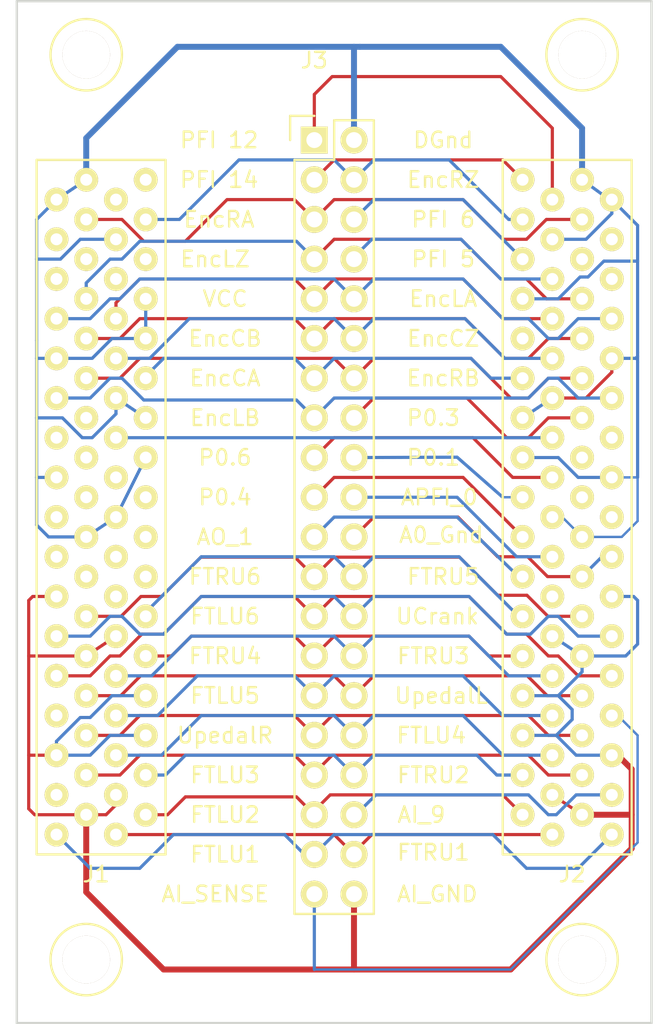
<source format=kicad_pcb>
(kicad_pcb (version 4) (host pcbnew 4.0.2-stable)

  (general
    (links 105)
    (no_connects 1)
    (area 115.610133 92.5978 158.709867 158.825001)
    (thickness 1.6)
    (drawings 5)
    (tracks 430)
    (zones 0)
    (modules 7)
    (nets 72)
  )

  (page A4)
  (layers
    (0 F.Cu signal)
    (31 B.Cu signal)
    (32 B.Adhes user)
    (33 F.Adhes user)
    (34 B.Paste user)
    (35 F.Paste user)
    (36 B.SilkS user)
    (37 F.SilkS user)
    (38 B.Mask user)
    (39 F.Mask user)
    (40 Dwgs.User user)
    (41 Cmts.User user)
    (42 Eco1.User user)
    (43 Eco2.User user)
    (44 Edge.Cuts user)
    (45 Margin user)
    (46 B.CrtYd user)
    (47 F.CrtYd user)
    (48 B.Fab user)
    (49 F.Fab user)
  )

  (setup
    (last_trace_width 0.1524)
    (trace_clearance 0.1524)
    (zone_clearance 0.508)
    (zone_45_only no)
    (trace_min 0.1524)
    (segment_width 0.2)
    (edge_width 0.15)
    (via_size 0.6858)
    (via_drill 0.3302)
    (via_min_size 0.6858)
    (via_min_drill 0.3302)
    (uvia_size 0.762)
    (uvia_drill 0.508)
    (uvias_allowed no)
    (uvia_min_size 0)
    (uvia_min_drill 0)
    (pcb_text_width 0.3)
    (pcb_text_size 1.5 1.5)
    (mod_edge_width 0.15)
    (mod_text_size 1 1)
    (mod_text_width 0.15)
    (pad_size 3.048 3.048)
    (pad_drill 3.048)
    (pad_to_mask_clearance 0.2)
    (aux_axis_origin 0 0)
    (visible_elements 7FFFFFFF)
    (pcbplotparams
      (layerselection 0x010f0_80000001)
      (usegerberextensions false)
      (excludeedgelayer true)
      (linewidth 0.100000)
      (plotframeref false)
      (viasonmask false)
      (mode 1)
      (useauxorigin false)
      (hpglpennumber 1)
      (hpglpenspeed 20)
      (hpglpendiameter 15)
      (hpglpenoverlay 2)
      (psnegative false)
      (psa4output false)
      (plotreference true)
      (plotvalue true)
      (plotinvisibletext false)
      (padsonsilk false)
      (subtractmaskfromsilk false)
      (outputformat 1)
      (mirror false)
      (drillshape 0)
      (scaleselection 1)
      (outputdirectory gerber/))
  )

  (net 0 "")
  (net 1 "Net-(J1-Pad1)")
  (net 2 "Net-(J1-Pad2)")
  (net 3 /EncoderRZ)
  (net 4 "Net-(J1-Pad5)")
  (net 5 "Net-(J1-Pad6)")
  (net 6 /EncoderCZ)
  (net 7 /EncoderCA)
  (net 8 "Net-(J1-Pad17)")
  (net 9 "Net-(J1-Pad19)")
  (net 10 "Net-(J1-Pad21)")
  (net 11 "Net-(J1-Pad16)")
  (net 12 "Net-(J1-Pad20)")
  (net 13 "Net-(J1-Pad22)")
  (net 14 /FTRU5)
  (net 15 /FTRU4)
  (net 16 /FTRU3)
  (net 17 /FTLU5)
  (net 18 /FTLU4)
  (net 19 /FTRU2)
  (net 20 /FTLU2)
  (net 21 /FTRU1)
  (net 22 /EncoderRA)
  (net 23 "Net-(J1-Pad38)")
  (net 24 "Net-(J1-Pad39)")
  (net 25 "Net-(J1-Pad40)")
  (net 26 /EncoderLZ)
  (net 27 /EncoderLA)
  (net 28 /EncoderCB)
  (net 29 /EncoderRB)
  (net 30 /EncoderLB)
  (net 31 "Net-(J1-Pad47)")
  (net 32 "Net-(J1-Pad48)")
  (net 33 "Net-(J1-Pad49)")
  (net 34 "Net-(J1-Pad51)")
  (net 35 "Net-(J1-Pad52)")
  (net 36 /FTRU6)
  (net 37 /UpedalL)
  (net 38 "Net-(J1-Pad62)")
  (net 39 /UpedalR)
  (net 40 /FTLU3)
  (net 41 "Net-(J1-Pad66)")
  (net 42 /FTLU1)
  (net 43 "Net-(J2-Pad22)")
  (net 44 "Net-(J2-Pad38)")
  (net 45 "Net-(J2-Pad39)")
  (net 46 "Net-(J2-Pad40)")
  (net 47 "Net-(J2-Pad48)")
  (net 48 "Net-(J2-Pad49)")
  (net 49 "Net-(J2-Pad51)")
  (net 50 "Net-(J2-Pad52)")
  (net 51 /DGnd)
  (net 52 /VCC1)
  (net 53 /VCC2)
  (net 54 /AI_GND)
  (net 55 /AO_Gnd)
  (net 56 /PFI_14)
  (net 57 /PFI_12)
  (net 58 /PFI_6)
  (net 59 /PFI_5)
  (net 60 /P0.6)
  (net 61 /P0.4)
  (net 62 /APFI_0)
  (net 63 /P0.3)
  (net 64 /AO_1)
  (net 65 /UCrank)
  (net 66 /AI_SENSE)
  (net 67 /AI_9)
  (net 68 "Net-(J1-Pad54)")
  (net 69 "Net-(J1-Pad55)")
  (net 70 /FTLU6)
  (net 71 /P0.1)

  (net_class Default "This is the default net class."
    (clearance 0.1524)
    (trace_width 0.1524)
    (via_dia 0.6858)
    (via_drill 0.3302)
    (uvia_dia 0.762)
    (uvia_drill 0.508)
    (add_net /FTLU6)
    (add_net /P0.1)
    (add_net "Net-(J1-Pad54)")
    (add_net "Net-(J1-Pad55)")
  )

  (net_class GND ""
    (clearance 0.1778)
    (trace_width 0.381)
    (via_dia 0.6858)
    (via_drill 0.3302)
    (uvia_dia 0.762)
    (uvia_drill 0.508)
  )

  (net_class consirvativeTrace ""
    (clearance 0.2032)
    (trace_width 0.2032)
    (via_dia 0.6858)
    (via_drill 0.3302)
    (uvia_dia 0.762)
    (uvia_drill 0.508)
    (add_net /AI_9)
    (add_net /AI_GND)
    (add_net /AI_SENSE)
    (add_net /AO_1)
    (add_net /AO_Gnd)
    (add_net /APFI_0)
    (add_net /DGnd)
    (add_net /EncoderCA)
    (add_net /EncoderCB)
    (add_net /EncoderCZ)
    (add_net /EncoderLA)
    (add_net /EncoderLB)
    (add_net /EncoderLZ)
    (add_net /EncoderRA)
    (add_net /EncoderRB)
    (add_net /EncoderRZ)
    (add_net /FTLU1)
    (add_net /FTLU2)
    (add_net /FTLU3)
    (add_net /FTLU4)
    (add_net /FTLU5)
    (add_net /FTRU1)
    (add_net /FTRU2)
    (add_net /FTRU3)
    (add_net /FTRU4)
    (add_net /FTRU5)
    (add_net /FTRU6)
    (add_net /P0.3)
    (add_net /P0.4)
    (add_net /P0.6)
    (add_net /PFI_12)
    (add_net /PFI_14)
    (add_net /PFI_5)
    (add_net /PFI_6)
    (add_net /UCrank)
    (add_net /UpedalL)
    (add_net /UpedalR)
    (add_net /VCC1)
    (add_net /VCC2)
    (add_net "Net-(J1-Pad1)")
    (add_net "Net-(J1-Pad16)")
    (add_net "Net-(J1-Pad17)")
    (add_net "Net-(J1-Pad19)")
    (add_net "Net-(J1-Pad2)")
    (add_net "Net-(J1-Pad20)")
    (add_net "Net-(J1-Pad21)")
    (add_net "Net-(J1-Pad22)")
    (add_net "Net-(J1-Pad38)")
    (add_net "Net-(J1-Pad39)")
    (add_net "Net-(J1-Pad40)")
    (add_net "Net-(J1-Pad47)")
    (add_net "Net-(J1-Pad48)")
    (add_net "Net-(J1-Pad49)")
    (add_net "Net-(J1-Pad5)")
    (add_net "Net-(J1-Pad51)")
    (add_net "Net-(J1-Pad52)")
    (add_net "Net-(J1-Pad6)")
    (add_net "Net-(J1-Pad62)")
    (add_net "Net-(J1-Pad66)")
    (add_net "Net-(J2-Pad22)")
    (add_net "Net-(J2-Pad38)")
    (add_net "Net-(J2-Pad39)")
    (add_net "Net-(J2-Pad40)")
    (add_net "Net-(J2-Pad48)")
    (add_net "Net-(J2-Pad49)")
    (add_net "Net-(J2-Pad51)")
    (add_net "Net-(J2-Pad52)")
  )

  (module PinConn:NI68PinConnector (layer F.Cu) (tedit 57968792) (tstamp 57958BD2)
    (at 123.19 102.87)
    (path /579288CE)
    (fp_text reference J1 (at -1.27 46.355) (layer F.SilkS)
      (effects (font (size 1 1) (thickness 0.15)))
    )
    (fp_text value NI68PinConnector (at -0.635 -0.635) (layer F.Fab)
      (effects (font (size 1 1) (thickness 0.15)))
    )
    (fp_line (start -5.08 0.635) (end 3.175 0.635) (layer F.SilkS) (width 0.15))
    (fp_line (start 3.175 0.635) (end 3.175 45.085) (layer F.SilkS) (width 0.15))
    (fp_line (start 3.175 45.085) (end -5.08 45.085) (layer F.SilkS) (width 0.15))
    (fp_line (start -5.08 45.085) (end -5.08 0.635) (layer F.SilkS) (width 0.15))
    (pad 1 thru_hole circle (at 1.905 1.905) (size 1.524 1.524) (drill 0.762) (layers *.Cu *.Mask F.SilkS)
      (net 1 "Net-(J1-Pad1)"))
    (pad 2 thru_hole circle (at 0 3.175) (size 1.524 1.524) (drill 0.762) (layers *.Cu *.Mask F.SilkS)
      (net 2 "Net-(J1-Pad2)"))
    (pad 3 thru_hole circle (at 1.905 4.445) (size 1.524 1.524) (drill 0.762) (layers *.Cu *.Mask F.SilkS)
      (net 3 /EncoderRZ))
    (pad 4 thru_hole circle (at 0 5.715) (size 1.524 1.524) (drill 0.762) (layers *.Cu *.Mask F.SilkS)
      (net 51 /DGnd))
    (pad 5 thru_hole circle (at 1.905 6.985) (size 1.524 1.524) (drill 0.762) (layers *.Cu *.Mask F.SilkS)
      (net 4 "Net-(J1-Pad5)"))
    (pad 6 thru_hole circle (at 0 8.255) (size 1.524 1.524) (drill 0.762) (layers *.Cu *.Mask F.SilkS)
      (net 5 "Net-(J1-Pad6)"))
    (pad 7 thru_hole circle (at 1.905 9.525) (size 1.524 1.524) (drill 0.762) (layers *.Cu *.Mask F.SilkS)
      (net 51 /DGnd))
    (pad 8 thru_hole circle (at 0 10.795) (size 1.524 1.524) (drill 0.762) (layers *.Cu *.Mask F.SilkS)
      (net 52 /VCC1))
    (pad 9 thru_hole circle (at 1.905 12.065) (size 1.524 1.524) (drill 0.762) (layers *.Cu *.Mask F.SilkS)
      (net 51 /DGnd))
    (pad 10 thru_hole circle (at 0 13.335) (size 1.524 1.524) (drill 0.762) (layers *.Cu *.Mask F.SilkS)
      (net 6 /EncoderCZ))
    (pad 11 thru_hole circle (at 1.905 14.605) (size 1.524 1.524) (drill 0.762) (layers *.Cu *.Mask F.SilkS)
      (net 7 /EncoderCA))
    (pad 12 thru_hole circle (at 0 15.875) (size 1.524 1.524) (drill 0.762) (layers *.Cu *.Mask F.SilkS)
      (net 51 /DGnd))
    (pad 13 thru_hole circle (at 1.905 17.145) (size 1.524 1.524) (drill 0.762) (layers *.Cu *.Mask F.SilkS)
      (net 51 /DGnd))
    (pad 14 thru_hole circle (at 0 18.415) (size 1.524 1.524) (drill 0.762) (layers *.Cu *.Mask F.SilkS)
      (net 53 /VCC2))
    (pad 15 thru_hole circle (at 1.905 19.685) (size 1.524 1.524) (drill 0.762) (layers *.Cu *.Mask F.SilkS)
      (net 51 /DGnd))
    (pad 17 thru_hole circle (at 1.905 22.225) (size 1.524 1.524) (drill 0.762) (layers *.Cu *.Mask F.SilkS)
      (net 8 "Net-(J1-Pad17)"))
    (pad 19 thru_hole circle (at 1.905 24.765) (size 1.524 1.524) (drill 0.762) (layers *.Cu *.Mask F.SilkS)
      (net 9 "Net-(J1-Pad19)"))
    (pad 21 thru_hole circle (at 1.905 27.305) (size 1.524 1.524) (drill 0.762) (layers *.Cu *.Mask F.SilkS)
      (net 10 "Net-(J1-Pad21)"))
    (pad 16 thru_hole circle (at 0 20.955) (size 1.524 1.524) (drill 0.762) (layers *.Cu *.Mask F.SilkS)
      (net 11 "Net-(J1-Pad16)"))
    (pad 18 thru_hole circle (at 0 23.495) (size 1.524 1.524) (drill 0.762) (layers *.Cu *.Mask F.SilkS)
      (net 51 /DGnd))
    (pad 20 thru_hole circle (at 0 26.035) (size 1.524 1.524) (drill 0.762) (layers *.Cu *.Mask F.SilkS)
      (net 12 "Net-(J1-Pad20)"))
    (pad 22 thru_hole circle (at 0 28.575) (size 1.524 1.524) (drill 0.762) (layers *.Cu *.Mask F.SilkS)
      (net 13 "Net-(J1-Pad22)"))
    (pad 23 thru_hole circle (at 1.905 29.845) (size 1.524 1.524) (drill 0.762) (layers *.Cu *.Mask F.SilkS)
      (net 14 /FTRU5))
    (pad 24 thru_hole circle (at 0 31.115) (size 1.524 1.524) (drill 0.762) (layers *.Cu *.Mask F.SilkS)
      (net 54 /AI_GND))
    (pad 25 thru_hole circle (at 1.905 32.385) (size 1.524 1.524) (drill 0.762) (layers *.Cu *.Mask F.SilkS)
      (net 15 /FTRU4))
    (pad 26 thru_hole circle (at 0 33.655) (size 1.524 1.524) (drill 0.762) (layers *.Cu *.Mask F.SilkS)
      (net 16 /FTRU3))
    (pad 27 thru_hole circle (at 1.905 34.925) (size 1.524 1.524) (drill 0.762) (layers *.Cu *.Mask F.SilkS)
      (net 54 /AI_GND))
    (pad 28 thru_hole circle (at 0 36.195) (size 1.524 1.524) (drill 0.762) (layers *.Cu *.Mask F.SilkS)
      (net 17 /FTLU5))
    (pad 29 thru_hole circle (at 1.905 37.465) (size 1.524 1.524) (drill 0.762) (layers *.Cu *.Mask F.SilkS)
      (net 54 /AI_GND))
    (pad 30 thru_hole circle (at 0 38.735) (size 1.524 1.524) (drill 0.762) (layers *.Cu *.Mask F.SilkS)
      (net 18 /FTLU4))
    (pad 31 thru_hole circle (at 1.905 40.005) (size 1.524 1.524) (drill 0.762) (layers *.Cu *.Mask F.SilkS)
      (net 19 /FTRU2))
    (pad 32 thru_hole circle (at 0 41.275) (size 1.524 1.524) (drill 0.762) (layers *.Cu *.Mask F.SilkS)
      (net 54 /AI_GND))
    (pad 33 thru_hole circle (at 1.905 42.545) (size 1.524 1.524) (drill 0.762) (layers *.Cu *.Mask F.SilkS)
      (net 20 /FTLU2))
    (pad 34 thru_hole circle (at 0 43.815) (size 1.524 1.524) (drill 0.762) (layers *.Cu *.Mask F.SilkS)
      (net 21 /FTRU1))
    (pad 35 thru_hole circle (at -1.905 1.905) (size 1.524 1.524) (drill 0.762) (layers *.Cu *.Mask F.SilkS)
      (net 51 /DGnd))
    (pad 36 thru_hole circle (at -3.81 3.175) (size 1.524 1.524) (drill 0.762) (layers *.Cu *.Mask F.SilkS)
      (net 51 /DGnd))
    (pad 37 thru_hole circle (at -1.905 4.445) (size 1.524 1.524) (drill 0.762) (layers *.Cu *.Mask F.SilkS)
      (net 22 /EncoderRA))
    (pad 38 thru_hole circle (at -3.81 5.715) (size 1.524 1.524) (drill 0.762) (layers *.Cu *.Mask F.SilkS)
      (net 23 "Net-(J1-Pad38)"))
    (pad 39 thru_hole circle (at -1.905 6.985) (size 1.524 1.524) (drill 0.762) (layers *.Cu *.Mask F.SilkS)
      (net 24 "Net-(J1-Pad39)"))
    (pad 40 thru_hole circle (at -3.81 8.255) (size 1.524 1.524) (drill 0.762) (layers *.Cu *.Mask F.SilkS)
      (net 25 "Net-(J1-Pad40)"))
    (pad 41 thru_hole circle (at -1.905 9.525) (size 1.524 1.524) (drill 0.762) (layers *.Cu *.Mask F.SilkS)
      (net 26 /EncoderLZ))
    (pad 42 thru_hole circle (at -3.81 10.795) (size 1.524 1.524) (drill 0.762) (layers *.Cu *.Mask F.SilkS)
      (net 27 /EncoderLA))
    (pad 43 thru_hole circle (at -1.905 12.065) (size 1.524 1.524) (drill 0.762) (layers *.Cu *.Mask F.SilkS)
      (net 28 /EncoderCB))
    (pad 44 thru_hole circle (at -3.81 13.335) (size 1.524 1.524) (drill 0.762) (layers *.Cu *.Mask F.SilkS)
      (net 51 /DGnd))
    (pad 45 thru_hole circle (at -1.905 14.605) (size 1.524 1.524) (drill 0.762) (layers *.Cu *.Mask F.SilkS)
      (net 29 /EncoderRB))
    (pad 46 thru_hole circle (at -3.81 15.875) (size 1.524 1.524) (drill 0.762) (layers *.Cu *.Mask F.SilkS)
      (net 30 /EncoderLB))
    (pad 47 thru_hole circle (at -1.905 17.145) (size 1.524 1.524) (drill 0.762) (layers *.Cu *.Mask F.SilkS)
      (net 31 "Net-(J1-Pad47)"))
    (pad 48 thru_hole circle (at -3.81 18.415) (size 1.524 1.524) (drill 0.762) (layers *.Cu *.Mask F.SilkS)
      (net 32 "Net-(J1-Pad48)"))
    (pad 49 thru_hole circle (at -1.905 19.685) (size 1.524 1.524) (drill 0.762) (layers *.Cu *.Mask F.SilkS)
      (net 33 "Net-(J1-Pad49)"))
    (pad 50 thru_hole circle (at -3.81 20.955) (size 1.524 1.524) (drill 0.762) (layers *.Cu *.Mask F.SilkS)
      (net 51 /DGnd))
    (pad 51 thru_hole circle (at -1.905 22.225) (size 1.524 1.524) (drill 0.762) (layers *.Cu *.Mask F.SilkS)
      (net 34 "Net-(J1-Pad51)"))
    (pad 52 thru_hole circle (at -3.81 23.495) (size 1.524 1.524) (drill 0.762) (layers *.Cu *.Mask F.SilkS)
      (net 35 "Net-(J1-Pad52)"))
    (pad 53 thru_hole circle (at -1.905 24.765) (size 1.524 1.524) (drill 0.762) (layers *.Cu *.Mask F.SilkS)
      (net 51 /DGnd))
    (pad 54 thru_hole circle (at -3.81 26.035) (size 1.524 1.524) (drill 0.762) (layers *.Cu *.Mask F.SilkS)
      (net 68 "Net-(J1-Pad54)"))
    (pad 55 thru_hole circle (at -1.905 27.305) (size 1.524 1.524) (drill 0.762) (layers *.Cu *.Mask F.SilkS)
      (net 69 "Net-(J1-Pad55)"))
    (pad 56 thru_hole circle (at -3.81 28.575) (size 1.524 1.524) (drill 0.762) (layers *.Cu *.Mask F.SilkS)
      (net 54 /AI_GND))
    (pad 57 thru_hole circle (at -1.905 29.845) (size 1.524 1.524) (drill 0.762) (layers *.Cu *.Mask F.SilkS)
      (net 36 /FTRU6))
    (pad 58 thru_hole circle (at -3.81 31.115) (size 1.524 1.524) (drill 0.762) (layers *.Cu *.Mask F.SilkS)
      (net 65 /UCrank))
    (pad 59 thru_hole circle (at -1.905 32.385) (size 1.524 1.524) (drill 0.762) (layers *.Cu *.Mask F.SilkS)
      (net 54 /AI_GND))
    (pad 60 thru_hole circle (at -3.81 33.655) (size 1.524 1.524) (drill 0.762) (layers *.Cu *.Mask F.SilkS)
      (net 70 /FTLU6))
    (pad 61 thru_hole circle (at -1.905 34.925) (size 1.524 1.524) (drill 0.762) (layers *.Cu *.Mask F.SilkS)
      (net 37 /UpedalL))
    (pad 62 thru_hole circle (at -3.81 36.195) (size 1.524 1.524) (drill 0.762) (layers *.Cu *.Mask F.SilkS)
      (net 38 "Net-(J1-Pad62)"))
    (pad 63 thru_hole circle (at -1.905 37.465) (size 1.524 1.524) (drill 0.762) (layers *.Cu *.Mask F.SilkS)
      (net 39 /UpedalR))
    (pad 64 thru_hole circle (at -3.81 38.735) (size 1.524 1.524) (drill 0.762) (layers *.Cu *.Mask F.SilkS)
      (net 54 /AI_GND))
    (pad 65 thru_hole circle (at -1.905 40.005) (size 1.524 1.524) (drill 0.762) (layers *.Cu *.Mask F.SilkS)
      (net 40 /FTLU3))
    (pad 66 thru_hole circle (at -3.81 41.275) (size 1.524 1.524) (drill 0.762) (layers *.Cu *.Mask F.SilkS)
      (net 41 "Net-(J1-Pad66)"))
    (pad 67 thru_hole circle (at -1.905 42.545) (size 1.524 1.524) (drill 0.762) (layers *.Cu *.Mask F.SilkS)
      (net 54 /AI_GND))
    (pad 68 thru_hole circle (at -3.81 43.815) (size 1.524 1.524) (drill 0.762) (layers *.Cu *.Mask F.SilkS)
      (net 42 /FTLU1))
  )

  (module PinConn:NI68PinConnectorMirror (layer F.Cu) (tedit 5795B5F2) (tstamp 5795BDED)
    (at 149.225 104.14)
    (path /5792891F)
    (fp_text reference J2 (at 3.175 45.085) (layer F.SilkS)
      (effects (font (size 1 1) (thickness 0.15)))
    )
    (fp_text value NI68PinConnector (at 2.54 -1.905) (layer F.Fab)
      (effects (font (size 1 1) (thickness 0.15)))
    )
    (fp_line (start -1.27 -0.635) (end 6.985 -0.635) (layer F.SilkS) (width 0.15))
    (fp_line (start 6.985 -0.635) (end 6.985 43.815) (layer F.SilkS) (width 0.15))
    (fp_line (start 6.985 43.815) (end -1.27 43.815) (layer F.SilkS) (width 0.15))
    (fp_line (start -1.27 43.815) (end -1.27 -0.635) (layer F.SilkS) (width 0.15))
    (pad 1 thru_hole circle (at 0 0.635) (size 1.524 1.524) (drill 0.762) (layers *.Cu *.Mask F.SilkS)
      (net 56 /PFI_14))
    (pad 2 thru_hole circle (at 1.905 1.905) (size 1.524 1.524) (drill 0.762) (layers *.Cu *.Mask F.SilkS)
      (net 57 /PFI_12))
    (pad 3 thru_hole circle (at 0 3.175) (size 1.524 1.524) (drill 0.762) (layers *.Cu *.Mask F.SilkS)
      (net 3 /EncoderRZ))
    (pad 4 thru_hole circle (at 1.905 4.445) (size 1.524 1.524) (drill 0.762) (layers *.Cu *.Mask F.SilkS)
      (net 51 /DGnd))
    (pad 5 thru_hole circle (at 0 5.715) (size 1.524 1.524) (drill 0.762) (layers *.Cu *.Mask F.SilkS)
      (net 58 /PFI_6))
    (pad 6 thru_hole circle (at 1.905 6.985) (size 1.524 1.524) (drill 0.762) (layers *.Cu *.Mask F.SilkS)
      (net 59 /PFI_5))
    (pad 7 thru_hole circle (at 0 8.255) (size 1.524 1.524) (drill 0.762) (layers *.Cu *.Mask F.SilkS)
      (net 51 /DGnd))
    (pad 8 thru_hole circle (at 1.905 9.525) (size 1.524 1.524) (drill 0.762) (layers *.Cu *.Mask F.SilkS)
      (net 52 /VCC1))
    (pad 9 thru_hole circle (at 0 10.795) (size 1.524 1.524) (drill 0.762) (layers *.Cu *.Mask F.SilkS)
      (net 51 /DGnd))
    (pad 10 thru_hole circle (at 1.905 12.065) (size 1.524 1.524) (drill 0.762) (layers *.Cu *.Mask F.SilkS)
      (net 6 /EncoderCZ))
    (pad 11 thru_hole circle (at 0 13.335) (size 1.524 1.524) (drill 0.762) (layers *.Cu *.Mask F.SilkS)
      (net 7 /EncoderCA))
    (pad 12 thru_hole circle (at 1.905 14.605) (size 1.524 1.524) (drill 0.762) (layers *.Cu *.Mask F.SilkS)
      (net 51 /DGnd))
    (pad 13 thru_hole circle (at 0 15.875) (size 1.524 1.524) (drill 0.762) (layers *.Cu *.Mask F.SilkS)
      (net 51 /DGnd))
    (pad 14 thru_hole circle (at 1.905 17.145) (size 1.524 1.524) (drill 0.762) (layers *.Cu *.Mask F.SilkS)
      (net 53 /VCC2))
    (pad 15 thru_hole circle (at 0 18.415) (size 1.524 1.524) (drill 0.762) (layers *.Cu *.Mask F.SilkS)
      (net 51 /DGnd))
    (pad 16 thru_hole circle (at 1.905 19.685) (size 1.524 1.524) (drill 0.762) (layers *.Cu *.Mask F.SilkS)
      (net 60 /P0.6))
    (pad 17 thru_hole circle (at 0 20.955) (size 1.524 1.524) (drill 0.762) (layers *.Cu *.Mask F.SilkS)
      (net 71 /P0.1))
    (pad 18 thru_hole circle (at 1.905 22.225) (size 1.524 1.524) (drill 0.762) (layers *.Cu *.Mask F.SilkS)
      (net 51 /DGnd))
    (pad 19 thru_hole circle (at 0 23.495) (size 1.524 1.524) (drill 0.762) (layers *.Cu *.Mask F.SilkS)
      (net 61 /P0.4))
    (pad 20 thru_hole circle (at 1.905 24.765) (size 1.524 1.524) (drill 0.762) (layers *.Cu *.Mask F.SilkS)
      (net 62 /APFI_0))
    (pad 21 thru_hole circle (at 0 26.035) (size 1.524 1.524) (drill 0.762) (layers *.Cu *.Mask F.SilkS)
      (net 64 /AO_1))
    (pad 22 thru_hole circle (at 1.905 27.305) (size 1.524 1.524) (drill 0.762) (layers *.Cu *.Mask F.SilkS)
      (net 43 "Net-(J2-Pad22)"))
    (pad 23 thru_hole circle (at 0 28.575) (size 1.524 1.524) (drill 0.762) (layers *.Cu *.Mask F.SilkS)
      (net 14 /FTRU5))
    (pad 24 thru_hole circle (at 1.905 29.845) (size 1.524 1.524) (drill 0.762) (layers *.Cu *.Mask F.SilkS)
      (net 54 /AI_GND))
    (pad 25 thru_hole circle (at 0 31.115) (size 1.524 1.524) (drill 0.762) (layers *.Cu *.Mask F.SilkS)
      (net 15 /FTRU4))
    (pad 26 thru_hole circle (at 1.905 32.385) (size 1.524 1.524) (drill 0.762) (layers *.Cu *.Mask F.SilkS)
      (net 16 /FTRU3))
    (pad 27 thru_hole circle (at 0 33.655) (size 1.524 1.524) (drill 0.762) (layers *.Cu *.Mask F.SilkS)
      (net 54 /AI_GND))
    (pad 28 thru_hole circle (at 1.905 34.925) (size 1.524 1.524) (drill 0.762) (layers *.Cu *.Mask F.SilkS)
      (net 17 /FTLU5))
    (pad 29 thru_hole circle (at 0 36.195) (size 1.524 1.524) (drill 0.762) (layers *.Cu *.Mask F.SilkS)
      (net 54 /AI_GND))
    (pad 30 thru_hole circle (at 1.905 37.465) (size 1.524 1.524) (drill 0.762) (layers *.Cu *.Mask F.SilkS)
      (net 18 /FTLU4))
    (pad 31 thru_hole circle (at 0 38.735) (size 1.524 1.524) (drill 0.762) (layers *.Cu *.Mask F.SilkS)
      (net 19 /FTRU2))
    (pad 32 thru_hole circle (at 1.905 40.005) (size 1.524 1.524) (drill 0.762) (layers *.Cu *.Mask F.SilkS)
      (net 54 /AI_GND))
    (pad 33 thru_hole circle (at 0 41.275) (size 1.524 1.524) (drill 0.762) (layers *.Cu *.Mask F.SilkS)
      (net 20 /FTLU2))
    (pad 34 thru_hole circle (at 1.905 42.545) (size 1.524 1.524) (drill 0.762) (layers *.Cu *.Mask F.SilkS)
      (net 21 /FTRU1))
    (pad 35 thru_hole circle (at 3.81 0.635) (size 1.524 1.524) (drill 0.762) (layers *.Cu *.Mask F.SilkS)
      (net 51 /DGnd))
    (pad 36 thru_hole circle (at 5.715 1.905) (size 1.524 1.524) (drill 0.762) (layers *.Cu *.Mask F.SilkS)
      (net 51 /DGnd))
    (pad 37 thru_hole circle (at 3.81 3.175) (size 1.524 1.524) (drill 0.762) (layers *.Cu *.Mask F.SilkS)
      (net 22 /EncoderRA))
    (pad 38 thru_hole circle (at 5.715 4.445) (size 1.524 1.524) (drill 0.762) (layers *.Cu *.Mask F.SilkS)
      (net 44 "Net-(J2-Pad38)"))
    (pad 39 thru_hole circle (at 3.81 5.715) (size 1.524 1.524) (drill 0.762) (layers *.Cu *.Mask F.SilkS)
      (net 45 "Net-(J2-Pad39)"))
    (pad 40 thru_hole circle (at 5.715 6.985) (size 1.524 1.524) (drill 0.762) (layers *.Cu *.Mask F.SilkS)
      (net 46 "Net-(J2-Pad40)"))
    (pad 41 thru_hole circle (at 3.81 8.255) (size 1.524 1.524) (drill 0.762) (layers *.Cu *.Mask F.SilkS)
      (net 26 /EncoderLZ))
    (pad 42 thru_hole circle (at 5.715 9.525) (size 1.524 1.524) (drill 0.762) (layers *.Cu *.Mask F.SilkS)
      (net 27 /EncoderLA))
    (pad 43 thru_hole circle (at 3.81 10.795) (size 1.524 1.524) (drill 0.762) (layers *.Cu *.Mask F.SilkS)
      (net 28 /EncoderCB))
    (pad 44 thru_hole circle (at 5.715 12.065) (size 1.524 1.524) (drill 0.762) (layers *.Cu *.Mask F.SilkS)
      (net 51 /DGnd))
    (pad 45 thru_hole circle (at 3.81 13.335) (size 1.524 1.524) (drill 0.762) (layers *.Cu *.Mask F.SilkS)
      (net 29 /EncoderRB))
    (pad 46 thru_hole circle (at 5.715 14.605) (size 1.524 1.524) (drill 0.762) (layers *.Cu *.Mask F.SilkS)
      (net 30 /EncoderLB))
    (pad 47 thru_hole circle (at 3.81 15.875) (size 1.524 1.524) (drill 0.762) (layers *.Cu *.Mask F.SilkS)
      (net 63 /P0.3))
    (pad 48 thru_hole circle (at 5.715 17.145) (size 1.524 1.524) (drill 0.762) (layers *.Cu *.Mask F.SilkS)
      (net 47 "Net-(J2-Pad48)"))
    (pad 49 thru_hole circle (at 3.81 18.415) (size 1.524 1.524) (drill 0.762) (layers *.Cu *.Mask F.SilkS)
      (net 48 "Net-(J2-Pad49)"))
    (pad 50 thru_hole circle (at 5.715 19.685) (size 1.524 1.524) (drill 0.762) (layers *.Cu *.Mask F.SilkS)
      (net 51 /DGnd))
    (pad 51 thru_hole circle (at 3.81 20.955) (size 1.524 1.524) (drill 0.762) (layers *.Cu *.Mask F.SilkS)
      (net 49 "Net-(J2-Pad51)"))
    (pad 52 thru_hole circle (at 5.715 22.225) (size 1.524 1.524) (drill 0.762) (layers *.Cu *.Mask F.SilkS)
      (net 50 "Net-(J2-Pad52)"))
    (pad 53 thru_hole circle (at 3.81 23.495) (size 1.524 1.524) (drill 0.762) (layers *.Cu *.Mask F.SilkS)
      (net 51 /DGnd))
    (pad 54 thru_hole circle (at 5.715 24.765) (size 1.524 1.524) (drill 0.762) (layers *.Cu *.Mask F.SilkS)
      (net 55 /AO_Gnd))
    (pad 55 thru_hole circle (at 3.81 26.035) (size 1.524 1.524) (drill 0.762) (layers *.Cu *.Mask F.SilkS)
      (net 55 /AO_Gnd))
    (pad 56 thru_hole circle (at 5.715 27.305) (size 1.524 1.524) (drill 0.762) (layers *.Cu *.Mask F.SilkS)
      (net 54 /AI_GND))
    (pad 57 thru_hole circle (at 3.81 28.575) (size 1.524 1.524) (drill 0.762) (layers *.Cu *.Mask F.SilkS)
      (net 36 /FTRU6))
    (pad 58 thru_hole circle (at 5.715 29.845) (size 1.524 1.524) (drill 0.762) (layers *.Cu *.Mask F.SilkS)
      (net 65 /UCrank))
    (pad 59 thru_hole circle (at 3.81 31.115) (size 1.524 1.524) (drill 0.762) (layers *.Cu *.Mask F.SilkS)
      (net 54 /AI_GND))
    (pad 60 thru_hole circle (at 5.715 32.385) (size 1.524 1.524) (drill 0.762) (layers *.Cu *.Mask F.SilkS)
      (net 70 /FTLU6))
    (pad 61 thru_hole circle (at 3.81 33.655) (size 1.524 1.524) (drill 0.762) (layers *.Cu *.Mask F.SilkS)
      (net 37 /UpedalL))
    (pad 62 thru_hole circle (at 5.715 34.925) (size 1.524 1.524) (drill 0.762) (layers *.Cu *.Mask F.SilkS)
      (net 66 /AI_SENSE))
    (pad 63 thru_hole circle (at 3.81 36.195) (size 1.524 1.524) (drill 0.762) (layers *.Cu *.Mask F.SilkS)
      (net 39 /UpedalR))
    (pad 64 thru_hole circle (at 5.715 37.465) (size 1.524 1.524) (drill 0.762) (layers *.Cu *.Mask F.SilkS)
      (net 54 /AI_GND))
    (pad 65 thru_hole circle (at 3.81 38.735) (size 1.524 1.524) (drill 0.762) (layers *.Cu *.Mask F.SilkS)
      (net 40 /FTLU3))
    (pad 66 thru_hole circle (at 5.715 40.005) (size 1.524 1.524) (drill 0.762) (layers *.Cu *.Mask F.SilkS)
      (net 67 /AI_9))
    (pad 67 thru_hole circle (at 3.81 41.275) (size 1.524 1.524) (drill 0.762) (layers *.Cu *.Mask F.SilkS)
      (net 54 /AI_GND))
    (pad 68 thru_hole circle (at 5.715 42.545) (size 1.524 1.524) (drill 0.762) (layers *.Cu *.Mask F.SilkS)
      (net 42 /FTLU1))
  )

  (module Connect:1pin (layer F.Cu) (tedit 57967B69) (tstamp 57967E67)
    (at 153.035 154.686)
    (descr "module 1 pin (ou trou mecanique de percage)")
    (tags DEV)
    (fp_text reference "" (at 0 -3.048) (layer F.SilkS)
      (effects (font (size 1 1) (thickness 0.15)))
    )
    (fp_text value 1pin (at 0 2.794) (layer F.Fab)
      (effects (font (size 1 1) (thickness 0.15)))
    )
    (fp_circle (center 0 0) (end 0 -2.286) (layer F.SilkS) (width 0.15))
    (pad 1 thru_hole circle (at 0 0) (size 3.048 3.048) (drill 3.048) (layers *.Cu *.Mask F.SilkS))
  )

  (module Connect:1pin (layer F.Cu) (tedit 57967C7D) (tstamp 57967E62)
    (at 121.285 154.686)
    (descr "module 1 pin (ou trou mecanique de percage)")
    (tags DEV)
    (fp_text reference "" (at 0 -3.048) (layer F.SilkS)
      (effects (font (size 1 1) (thickness 0.15)))
    )
    (fp_text value 1pin (at 0 2.794) (layer F.Fab)
      (effects (font (size 1 1) (thickness 0.15)))
    )
    (fp_circle (center 0 0) (end 0 -2.286) (layer F.SilkS) (width 0.15))
    (pad 1 thru_hole circle (at 0 0) (size 3.048 3.048) (drill 3.048) (layers *.Cu *.Mask F.SilkS))
  )

  (module Connect:1pin (layer F.Cu) (tedit 57968A41) (tstamp 57967BFD)
    (at 121.285 96.774)
    (descr "module 1 pin (ou trou mecanique de percage)")
    (tags DEV)
    (fp_text reference "" (at 0 -3.048) (layer F.SilkS)
      (effects (font (size 1 1) (thickness 0.15)))
    )
    (fp_text value 1pin (at 0 2.794) (layer F.Fab)
      (effects (font (size 1 1) (thickness 0.15)))
    )
    (fp_circle (center 0 0) (end 0 -2.286) (layer F.SilkS) (width 0.15))
    (pad 1 thru_hole circle (at 0 0) (size 3.048 3.048) (drill 3.048) (layers *.Cu *.Mask F.SilkS))
  )

  (module Connect:1pin (layer F.Cu) (tedit 57967B69) (tstamp 579678E8)
    (at 153.035 96.774)
    (descr "module 1 pin (ou trou mecanique de percage)")
    (tags DEV)
    (fp_text reference "" (at 0 -3.048) (layer F.SilkS)
      (effects (font (size 1 1) (thickness 0.15)))
    )
    (fp_text value 1pin (at 0 2.794) (layer F.Fab)
      (effects (font (size 1 1) (thickness 0.15)))
    )
    (fp_circle (center 0 0) (end 0 -2.286) (layer F.SilkS) (width 0.15))
    (pad 1 thru_hole circle (at 0 0) (size 3.048 3.048) (drill 3.048) (layers *.Cu *.Mask F.SilkS))
  )

  (module PinConn:Pin_Header_Straight_2x20 (layer F.Cu) (tedit 57A2CA97) (tstamp 57958C46)
    (at 135.89 102.235)
    (descr "Through hole pin header")
    (tags "pin header")
    (path /5792E064)
    (fp_text reference J3 (at 0 -5.1) (layer F.SilkS)
      (effects (font (size 1 1) (thickness 0.15)))
    )
    (fp_text value PinHeaders (at 0 -3.1) (layer F.Fab)
      (effects (font (size 1 1) (thickness 0.15)))
    )
    (fp_text user AI_GND (at 7.874 48.26) (layer F.SilkS)
      (effects (font (size 1 1) (thickness 0.15)))
    )
    (fp_text user FTRU1 (at 7.62 45.593) (layer F.SilkS)
      (effects (font (size 1 1) (thickness 0.15)))
    )
    (fp_text user AI_9 (at 6.858 43.18) (layer F.SilkS)
      (effects (font (size 1 1) (thickness 0.15)))
    )
    (fp_text user FTRU2 (at 7.62 40.64) (layer F.SilkS)
      (effects (font (size 1 1) (thickness 0.15)))
    )
    (fp_text user FTLU4 (at 7.493 38.1) (layer F.SilkS)
      (effects (font (size 1 1) (thickness 0.15)))
    )
    (fp_text user UpedalL (at 8.128 35.56) (layer F.SilkS)
      (effects (font (size 1 1) (thickness 0.15)))
    )
    (fp_text user FTRU3 (at 7.62 33.02) (layer F.SilkS)
      (effects (font (size 1 1) (thickness 0.15)))
    )
    (fp_text user UCrank (at 7.874 30.48) (layer F.SilkS)
      (effects (font (size 1 1) (thickness 0.15)))
    )
    (fp_text user FTRU5 (at 8.255 27.94) (layer F.SilkS)
      (effects (font (size 1 1) (thickness 0.15)))
    )
    (fp_text user A0_Gnd (at 8.128 25.273) (layer F.SilkS)
      (effects (font (size 1 1) (thickness 0.15)))
    )
    (fp_text user APFI_0 (at 8.001 22.86) (layer F.SilkS)
      (effects (font (size 1 1) (thickness 0.15)))
    )
    (fp_text user P0.1 (at 7.62 20.32) (layer F.SilkS)
      (effects (font (size 1 1) (thickness 0.15)))
    )
    (fp_text user P0.3 (at 7.62 17.78) (layer F.SilkS)
      (effects (font (size 1 1) (thickness 0.15)))
    )
    (fp_text user EncRB (at 8.255 15.24) (layer F.SilkS)
      (effects (font (size 1 1) (thickness 0.15)))
    )
    (fp_text user EncCZ (at 8.255 12.7) (layer F.SilkS)
      (effects (font (size 1 1) (thickness 0.15)))
    )
    (fp_text user EncLA (at 8.255 10.16) (layer F.SilkS)
      (effects (font (size 1 1) (thickness 0.15)))
    )
    (fp_text user AI_SENSE (at -6.35 48.26) (layer F.SilkS)
      (effects (font (size 1 1) (thickness 0.15)))
    )
    (fp_text user FTLU1 (at -5.715 45.72) (layer F.SilkS)
      (effects (font (size 1 1) (thickness 0.15)))
    )
    (fp_text user FTLU2 (at -5.715 43.18) (layer F.SilkS)
      (effects (font (size 1 1) (thickness 0.15)))
    )
    (fp_text user FTLU3 (at -5.715 40.64) (layer F.SilkS)
      (effects (font (size 1 1) (thickness 0.15)))
    )
    (fp_text user UpedalR (at -5.715 38.1) (layer F.SilkS)
      (effects (font (size 1 1) (thickness 0.15)))
    )
    (fp_text user FTLU5 (at -5.715 35.56) (layer F.SilkS)
      (effects (font (size 1 1) (thickness 0.15)))
    )
    (fp_text user FTRU4 (at -5.715 33.02) (layer F.SilkS)
      (effects (font (size 1 1) (thickness 0.15)))
    )
    (fp_text user FTLU6 (at -5.715 30.48) (layer F.SilkS)
      (effects (font (size 1 1) (thickness 0.15)))
    )
    (fp_text user FTRU6 (at -5.715 27.94) (layer F.SilkS)
      (effects (font (size 1 1) (thickness 0.15)))
    )
    (fp_text user AO_1 (at -5.715 25.4) (layer F.SilkS)
      (effects (font (size 1 1) (thickness 0.15)))
    )
    (fp_text user P0.4 (at -5.715 22.86) (layer F.SilkS)
      (effects (font (size 1 1) (thickness 0.15)))
    )
    (fp_text user P0.6 (at -5.715 20.32) (layer F.SilkS)
      (effects (font (size 1 1) (thickness 0.15)))
    )
    (fp_text user EncLB (at -5.715 17.78) (layer F.SilkS)
      (effects (font (size 1 1) (thickness 0.15)))
    )
    (fp_text user EncCA (at -5.715 15.24) (layer F.SilkS)
      (effects (font (size 1 1) (thickness 0.15)))
    )
    (fp_text user EncCB (at -5.715 12.7) (layer F.SilkS)
      (effects (font (size 1 1) (thickness 0.15)))
    )
    (fp_text user VCC (at -5.715 10.16) (layer F.SilkS)
      (effects (font (size 1 1) (thickness 0.15)))
    )
    (fp_text user EncLZ (at -6.35 7.62) (layer F.SilkS)
      (effects (font (size 1 1) (thickness 0.15)))
    )
    (fp_text user EncRA (at -6.096 5.08) (layer F.SilkS)
      (effects (font (size 1 1) (thickness 0.15)))
    )
    (fp_text user "PFI 5" (at 8.255 7.62) (layer F.SilkS)
      (effects (font (size 1 1) (thickness 0.15)))
    )
    (fp_text user "PFI 6" (at 8.255 5.08) (layer F.SilkS)
      (effects (font (size 1 1) (thickness 0.15)))
    )
    (fp_text user EncRZ (at 8.255 2.54) (layer F.SilkS)
      (effects (font (size 1 1) (thickness 0.15)))
    )
    (fp_text user DGnd (at 8.255 0) (layer F.SilkS)
      (effects (font (size 1 1) (thickness 0.15)))
    )
    (fp_text user "PFI 14" (at -6.096 2.54) (layer F.SilkS)
      (effects (font (size 1 1) (thickness 0.15)))
    )
    (fp_text user "PFI 12" (at -6.096 0) (layer F.SilkS)
      (effects (font (size 1 1) (thickness 0.15)))
    )
    (fp_line (start -1.75 -1.75) (end -1.75 50.05) (layer F.CrtYd) (width 0.05))
    (fp_line (start 4.3 -1.75) (end 4.3 50.05) (layer F.CrtYd) (width 0.05))
    (fp_line (start -1.75 -1.75) (end 4.3 -1.75) (layer F.CrtYd) (width 0.05))
    (fp_line (start -1.75 50.05) (end 4.3 50.05) (layer F.CrtYd) (width 0.05))
    (fp_line (start 3.81 49.53) (end 3.81 -1.27) (layer F.SilkS) (width 0.15))
    (fp_line (start -1.27 1.27) (end -1.27 49.53) (layer F.SilkS) (width 0.15))
    (fp_line (start 3.81 49.53) (end -1.27 49.53) (layer F.SilkS) (width 0.15))
    (fp_line (start 3.81 -1.27) (end 1.27 -1.27) (layer F.SilkS) (width 0.15))
    (fp_line (start 0 -1.55) (end -1.55 -1.55) (layer F.SilkS) (width 0.15))
    (fp_line (start 1.27 -1.27) (end 1.27 1.27) (layer F.SilkS) (width 0.15))
    (fp_line (start 1.27 1.27) (end -1.27 1.27) (layer F.SilkS) (width 0.15))
    (fp_line (start -1.55 -1.55) (end -1.55 0) (layer F.SilkS) (width 0.15))
    (pad 1 thru_hole rect (at 0 0) (size 1.7272 1.7272) (drill 1.016) (layers *.Cu *.Mask F.SilkS)
      (net 57 /PFI_12))
    (pad 2 thru_hole oval (at 2.54 0) (size 1.7272 1.7272) (drill 1.016) (layers *.Cu *.Mask F.SilkS)
      (net 51 /DGnd))
    (pad 3 thru_hole oval (at 0 2.54) (size 1.7272 1.7272) (drill 1.016) (layers *.Cu *.Mask F.SilkS)
      (net 56 /PFI_14))
    (pad 4 thru_hole oval (at 2.54 2.54) (size 1.7272 1.7272) (drill 1.016) (layers *.Cu *.Mask F.SilkS)
      (net 3 /EncoderRZ))
    (pad 5 thru_hole oval (at 0 5.08) (size 1.7272 1.7272) (drill 1.016) (layers *.Cu *.Mask F.SilkS)
      (net 22 /EncoderRA))
    (pad 6 thru_hole oval (at 2.54 5.08) (size 1.7272 1.7272) (drill 1.016) (layers *.Cu *.Mask F.SilkS)
      (net 58 /PFI_6))
    (pad 7 thru_hole oval (at 0 7.62) (size 1.7272 1.7272) (drill 1.016) (layers *.Cu *.Mask F.SilkS)
      (net 26 /EncoderLZ))
    (pad 8 thru_hole oval (at 2.54 7.62) (size 1.7272 1.7272) (drill 1.016) (layers *.Cu *.Mask F.SilkS)
      (net 59 /PFI_5))
    (pad 9 thru_hole oval (at 0 10.16) (size 1.7272 1.7272) (drill 1.016) (layers *.Cu *.Mask F.SilkS)
      (net 52 /VCC1))
    (pad 10 thru_hole oval (at 2.54 10.16) (size 1.7272 1.7272) (drill 1.016) (layers *.Cu *.Mask F.SilkS)
      (net 27 /EncoderLA))
    (pad 11 thru_hole oval (at 0 12.7) (size 1.7272 1.7272) (drill 1.016) (layers *.Cu *.Mask F.SilkS)
      (net 28 /EncoderCB))
    (pad 12 thru_hole oval (at 2.54 12.7) (size 1.7272 1.7272) (drill 1.016) (layers *.Cu *.Mask F.SilkS)
      (net 6 /EncoderCZ))
    (pad 13 thru_hole oval (at 0 15.24) (size 1.7272 1.7272) (drill 1.016) (layers *.Cu *.Mask F.SilkS)
      (net 7 /EncoderCA))
    (pad 14 thru_hole oval (at 2.54 15.24) (size 1.7272 1.7272) (drill 1.016) (layers *.Cu *.Mask F.SilkS)
      (net 29 /EncoderRB))
    (pad 15 thru_hole oval (at 0 17.78) (size 1.7272 1.7272) (drill 1.016) (layers *.Cu *.Mask F.SilkS)
      (net 30 /EncoderLB))
    (pad 16 thru_hole oval (at 2.54 17.78) (size 1.7272 1.7272) (drill 1.016) (layers *.Cu *.Mask F.SilkS)
      (net 63 /P0.3))
    (pad 17 thru_hole oval (at 0 20.32) (size 1.7272 1.7272) (drill 1.016) (layers *.Cu *.Mask F.SilkS)
      (net 60 /P0.6))
    (pad 18 thru_hole oval (at 2.54 20.32) (size 1.7272 1.7272) (drill 1.016) (layers *.Cu *.Mask F.SilkS)
      (net 71 /P0.1))
    (pad 19 thru_hole oval (at 0 22.86) (size 1.7272 1.7272) (drill 1.016) (layers *.Cu *.Mask F.SilkS)
      (net 61 /P0.4))
    (pad 20 thru_hole oval (at 2.54 22.86) (size 1.7272 1.7272) (drill 1.016) (layers *.Cu *.Mask F.SilkS)
      (net 62 /APFI_0))
    (pad 21 thru_hole oval (at 0 25.4) (size 1.7272 1.7272) (drill 1.016) (layers *.Cu *.Mask F.SilkS)
      (net 64 /AO_1))
    (pad 22 thru_hole oval (at 2.54 25.4) (size 1.7272 1.7272) (drill 1.016) (layers *.Cu *.Mask F.SilkS)
      (net 55 /AO_Gnd))
    (pad 23 thru_hole oval (at 0 27.94) (size 1.7272 1.7272) (drill 1.016) (layers *.Cu *.Mask F.SilkS)
      (net 36 /FTRU6))
    (pad 24 thru_hole oval (at 2.54 27.94) (size 1.7272 1.7272) (drill 1.016) (layers *.Cu *.Mask F.SilkS)
      (net 14 /FTRU5))
    (pad 25 thru_hole oval (at 0 30.48) (size 1.7272 1.7272) (drill 1.016) (layers *.Cu *.Mask F.SilkS)
      (net 70 /FTLU6))
    (pad 26 thru_hole oval (at 2.54 30.48) (size 1.7272 1.7272) (drill 1.016) (layers *.Cu *.Mask F.SilkS)
      (net 65 /UCrank))
    (pad 27 thru_hole oval (at 0 33.02) (size 1.7272 1.7272) (drill 1.016) (layers *.Cu *.Mask F.SilkS)
      (net 15 /FTRU4))
    (pad 28 thru_hole oval (at 2.54 33.02) (size 1.7272 1.7272) (drill 1.016) (layers *.Cu *.Mask F.SilkS)
      (net 16 /FTRU3))
    (pad 29 thru_hole oval (at 0 35.56) (size 1.7272 1.7272) (drill 1.016) (layers *.Cu *.Mask F.SilkS)
      (net 17 /FTLU5))
    (pad 30 thru_hole oval (at 2.54 35.56) (size 1.7272 1.7272) (drill 1.016) (layers *.Cu *.Mask F.SilkS)
      (net 37 /UpedalL))
    (pad 31 thru_hole oval (at 0 38.1) (size 1.7272 1.7272) (drill 1.016) (layers *.Cu *.Mask F.SilkS)
      (net 39 /UpedalR))
    (pad 32 thru_hole oval (at 2.54 38.1) (size 1.7272 1.7272) (drill 1.016) (layers *.Cu *.Mask F.SilkS)
      (net 18 /FTLU4))
    (pad 33 thru_hole oval (at 0 40.64) (size 1.7272 1.7272) (drill 1.016) (layers *.Cu *.Mask F.SilkS)
      (net 40 /FTLU3))
    (pad 34 thru_hole oval (at 2.54 40.64) (size 1.7272 1.7272) (drill 1.016) (layers *.Cu *.Mask F.SilkS)
      (net 19 /FTRU2))
    (pad 35 thru_hole oval (at 0 43.18) (size 1.7272 1.7272) (drill 1.016) (layers *.Cu *.Mask F.SilkS)
      (net 20 /FTLU2))
    (pad 36 thru_hole oval (at 2.54 43.18) (size 1.7272 1.7272) (drill 1.016) (layers *.Cu *.Mask F.SilkS)
      (net 67 /AI_9))
    (pad 37 thru_hole oval (at 0 45.72) (size 1.7272 1.7272) (drill 1.016) (layers *.Cu *.Mask F.SilkS)
      (net 42 /FTLU1))
    (pad 38 thru_hole oval (at 2.54 45.72) (size 1.7272 1.7272) (drill 1.016) (layers *.Cu *.Mask F.SilkS)
      (net 21 /FTRU1))
    (pad 39 thru_hole oval (at 0 48.26) (size 1.7272 1.7272) (drill 1.016) (layers *.Cu *.Mask F.SilkS)
      (net 66 /AI_SENSE))
    (pad 40 thru_hole oval (at 2.54 48.26) (size 1.7272 1.7272) (drill 1.016) (layers *.Cu *.Mask F.SilkS)
      (net 54 /AI_GND))
    (model Pin_Headers.3dshapes/Pin_Header_Straight_2x20.wrl
      (at (xyz 0.05 -0.95 0))
      (scale (xyz 1 1 1))
      (rotate (xyz 0 0 90))
    )
  )

  (gr_line (start 116.84 158.75) (end 116.84 93.345) (angle 90) (layer Edge.Cuts) (width 0.15))
  (gr_line (start 157.48 158.75) (end 116.84 158.75) (angle 90) (layer Edge.Cuts) (width 0.15))
  (gr_line (start 157.48 93.345) (end 157.48 158.75) (angle 90) (layer Edge.Cuts) (width 0.15))
  (gr_line (start 153.67 93.345) (end 157.48 93.345) (angle 90) (layer Edge.Cuts) (width 0.15))
  (gr_line (start 116.84 93.345) (end 153.67 93.345) (angle 90) (layer Edge.Cuts) (width 0.15))

  (segment (start 149.225 107.315) (end 148.336 107.315) (width 0.2032) (layer B.Cu) (net 3))
  (segment (start 139.7 103.505) (end 138.43 104.775) (width 0.2032) (layer B.Cu) (net 3) (tstamp 57990D15))
  (segment (start 144.526 103.505) (end 139.7 103.505) (width 0.2032) (layer B.Cu) (net 3) (tstamp 57990D10))
  (segment (start 148.336 107.315) (end 144.526 103.505) (width 0.2032) (layer B.Cu) (net 3) (tstamp 57990D0C))
  (segment (start 138.43 104.775) (end 137.16 103.505) (width 0.2032) (layer B.Cu) (net 3))
  (segment (start 127.254 107.315) (end 131.064 103.505) (width 0.2032) (layer B.Cu) (net 3) (tstamp 57990CD9))
  (segment (start 131.064 103.505) (end 137.16 103.505) (width 0.2032) (layer B.Cu) (net 3) (tstamp 57990CEF))
  (segment (start 127.254 107.315) (end 125.095 107.315) (width 0.2032) (layer B.Cu) (net 3))
  (segment (start 138.43 114.935) (end 139.7 113.665) (width 0.2032) (layer B.Cu) (net 6))
  (segment (start 148.082 116.205) (end 151.13 116.205) (width 0.2032) (layer B.Cu) (net 6) (tstamp 57991447))
  (segment (start 145.542 113.665) (end 148.082 116.205) (width 0.2032) (layer B.Cu) (net 6) (tstamp 57991440))
  (segment (start 139.7 113.665) (end 145.542 113.665) (width 0.2032) (layer B.Cu) (net 6) (tstamp 5799143A))
  (segment (start 123.19 116.205) (end 125.349 116.205) (width 0.2032) (layer B.Cu) (net 6))
  (segment (start 137.16 113.665) (end 138.43 114.935) (width 0.2032) (layer B.Cu) (net 6) (tstamp 579912EC))
  (segment (start 127.889 113.665) (end 137.16 113.665) (width 0.2032) (layer B.Cu) (net 6) (tstamp 579912E3))
  (segment (start 125.349 116.205) (end 127.889 113.665) (width 0.2032) (layer B.Cu) (net 6) (tstamp 579912D6))
  (segment (start 149.225 117.475) (end 147.193 117.475) (width 0.2032) (layer B.Cu) (net 7))
  (segment (start 137.16 116.205) (end 135.89 117.475) (width 0.2032) (layer B.Cu) (net 7) (tstamp 57991468))
  (segment (start 145.923 116.205) (end 137.16 116.205) (width 0.2032) (layer B.Cu) (net 7) (tstamp 57991464))
  (segment (start 147.193 117.475) (end 145.923 116.205) (width 0.2032) (layer B.Cu) (net 7) (tstamp 5799145D))
  (segment (start 125.095 117.475) (end 125.095 117.348) (width 0.2032) (layer B.Cu) (net 7))
  (segment (start 125.095 117.348) (end 126.238 116.205) (width 0.2032) (layer B.Cu) (net 7) (tstamp 5799133D))
  (segment (start 126.238 116.205) (end 134.62 116.205) (width 0.2032) (layer B.Cu) (net 7) (tstamp 5799133E))
  (segment (start 134.62 116.205) (end 135.89 117.475) (width 0.2032) (layer B.Cu) (net 7) (tstamp 57991345))
  (segment (start 125.095 132.715) (end 125.095 132.461) (width 0.2032) (layer B.Cu) (net 14))
  (segment (start 125.095 132.461) (end 128.651 128.905) (width 0.2032) (layer B.Cu) (net 14) (tstamp 579807A5))
  (segment (start 128.651 128.905) (end 137.16 128.905) (width 0.2032) (layer B.Cu) (net 14) (tstamp 579807AF))
  (segment (start 137.16 128.905) (end 138.43 130.175) (width 0.2032) (layer B.Cu) (net 14) (tstamp 579807B6))
  (segment (start 149.225 132.715) (end 148.971 132.715) (width 0.2032) (layer B.Cu) (net 14))
  (segment (start 148.971 132.715) (end 145.161 128.905) (width 0.2032) (layer B.Cu) (net 14) (tstamp 5798043E))
  (segment (start 145.161 128.905) (end 139.7 128.905) (width 0.2032) (layer B.Cu) (net 14) (tstamp 57980444))
  (segment (start 139.7 128.905) (end 138.43 130.175) (width 0.2032) (layer B.Cu) (net 14) (tstamp 5798044C))
  (segment (start 149.225 135.255) (end 147.066 135.255) (width 0.2032) (layer F.Cu) (net 15))
  (segment (start 137.16 133.985) (end 135.89 135.255) (width 0.2032) (layer F.Cu) (net 15) (tstamp 57980949))
  (segment (start 145.796 133.985) (end 137.16 133.985) (width 0.2032) (layer F.Cu) (net 15) (tstamp 57980945))
  (segment (start 147.066 135.255) (end 145.796 133.985) (width 0.2032) (layer F.Cu) (net 15) (tstamp 5798093E))
  (segment (start 125.095 135.255) (end 126.746 135.255) (width 0.2032) (layer F.Cu) (net 15))
  (segment (start 134.62 133.985) (end 135.89 135.255) (width 0.2032) (layer F.Cu) (net 15) (tstamp 579808EC))
  (segment (start 128.016 133.985) (end 134.62 133.985) (width 0.2032) (layer F.Cu) (net 15) (tstamp 579808E5))
  (segment (start 126.746 135.255) (end 128.016 133.985) (width 0.2032) (layer F.Cu) (net 15) (tstamp 579808DA))
  (segment (start 138.43 135.255) (end 137.16 133.985) (width 0.2032) (layer B.Cu) (net 16))
  (segment (start 125.476 136.525) (end 123.19 136.525) (width 0.2032) (layer B.Cu) (net 16) (tstamp 57980B8E))
  (segment (start 128.016 133.985) (end 125.476 136.525) (width 0.2032) (layer B.Cu) (net 16) (tstamp 57980B7C))
  (segment (start 137.16 133.985) (end 128.016 133.985) (width 0.2032) (layer B.Cu) (net 16) (tstamp 57980B7A))
  (segment (start 138.43 135.255) (end 139.7 133.985) (width 0.2032) (layer B.Cu) (net 16))
  (segment (start 148.336 136.525) (end 151.13 136.525) (width 0.2032) (layer B.Cu) (net 16) (tstamp 57980964))
  (segment (start 145.796 133.985) (end 148.336 136.525) (width 0.2032) (layer B.Cu) (net 16) (tstamp 5798095F))
  (segment (start 139.7 133.985) (end 145.796 133.985) (width 0.2032) (layer B.Cu) (net 16) (tstamp 57980955))
  (segment (start 135.89 137.795) (end 137.16 136.525) (width 0.2032) (layer B.Cu) (net 17))
  (segment (start 147.955 139.065) (end 151.13 139.065) (width 0.2032) (layer B.Cu) (net 17) (tstamp 57980C78))
  (segment (start 145.415 136.525) (end 147.955 139.065) (width 0.2032) (layer B.Cu) (net 17) (tstamp 57980C6E))
  (segment (start 137.16 136.525) (end 145.415 136.525) (width 0.2032) (layer B.Cu) (net 17) (tstamp 57980C65))
  (segment (start 134.62 136.525) (end 128.397 136.525) (width 0.2032) (layer B.Cu) (net 17))
  (segment (start 135.89 137.795) (end 134.62 136.525) (width 0.2032) (layer B.Cu) (net 17))
  (segment (start 125.857 139.065) (end 123.19 139.065) (width 0.2032) (layer B.Cu) (net 17) (tstamp 57980C57))
  (segment (start 128.397 136.525) (end 125.857 139.065) (width 0.2032) (layer B.Cu) (net 17) (tstamp 57980C4B))
  (segment (start 138.43 140.335) (end 137.16 139.065) (width 0.2032) (layer B.Cu) (net 18))
  (segment (start 126.111 141.605) (end 123.19 141.605) (width 0.2032) (layer B.Cu) (net 18) (tstamp 5798136E))
  (segment (start 128.651 139.065) (end 126.111 141.605) (width 0.2032) (layer B.Cu) (net 18) (tstamp 57981364))
  (segment (start 137.16 139.065) (end 128.651 139.065) (width 0.2032) (layer B.Cu) (net 18) (tstamp 57981362))
  (segment (start 138.43 140.335) (end 139.7 139.065) (width 0.2032) (layer B.Cu) (net 18))
  (segment (start 147.955 141.605) (end 151.13 141.605) (width 0.2032) (layer B.Cu) (net 18) (tstamp 57981304))
  (segment (start 145.415 139.065) (end 147.955 141.605) (width 0.2032) (layer B.Cu) (net 18) (tstamp 579812F7))
  (segment (start 139.7 139.065) (end 145.415 139.065) (width 0.2032) (layer B.Cu) (net 18) (tstamp 579812F5))
  (segment (start 138.43 142.875) (end 137.16 141.605) (width 0.2032) (layer B.Cu) (net 19))
  (segment (start 126.365 142.875) (end 125.095 142.875) (width 0.2032) (layer B.Cu) (net 19) (tstamp 57981533))
  (segment (start 127.635 141.605) (end 126.365 142.875) (width 0.2032) (layer B.Cu) (net 19) (tstamp 57981527))
  (segment (start 137.16 141.605) (end 127.635 141.605) (width 0.2032) (layer B.Cu) (net 19) (tstamp 57981519))
  (segment (start 149.225 142.875) (end 147.574 142.875) (width 0.2032) (layer B.Cu) (net 19))
  (segment (start 139.7 141.605) (end 138.43 142.875) (width 0.2032) (layer B.Cu) (net 19) (tstamp 57981515))
  (segment (start 146.304 141.605) (end 139.7 141.605) (width 0.2032) (layer B.Cu) (net 19) (tstamp 57981512))
  (segment (start 147.574 142.875) (end 146.304 141.605) (width 0.2032) (layer B.Cu) (net 19) (tstamp 5798150C))
  (segment (start 135.89 145.415) (end 135.89 145.161) (width 0.2032) (layer F.Cu) (net 20))
  (segment (start 135.89 145.161) (end 136.906 144.145) (width 0.2032) (layer F.Cu) (net 20) (tstamp 57984220))
  (segment (start 147.955 144.145) (end 149.225 145.415) (width 0.2032) (layer F.Cu) (net 20) (tstamp 57984228))
  (segment (start 136.906 144.145) (end 147.955 144.145) (width 0.2032) (layer F.Cu) (net 20) (tstamp 57984222))
  (segment (start 125.095 145.415) (end 126.492 145.415) (width 0.2032) (layer F.Cu) (net 20))
  (segment (start 134.747 144.272) (end 135.89 145.415) (width 0.2032) (layer F.Cu) (net 20) (tstamp 57984087))
  (segment (start 127.635 144.272) (end 134.747 144.272) (width 0.2032) (layer F.Cu) (net 20) (tstamp 57984084))
  (segment (start 126.492 145.415) (end 127.635 144.272) (width 0.2032) (layer F.Cu) (net 20) (tstamp 57984078))
  (segment (start 138.43 147.955) (end 138.43 147.828) (width 0.2032) (layer F.Cu) (net 21))
  (segment (start 138.43 147.828) (end 139.573 146.685) (width 0.2032) (layer F.Cu) (net 21) (tstamp 579843EC))
  (segment (start 139.573 146.685) (end 151.13 146.685) (width 0.2032) (layer F.Cu) (net 21) (tstamp 579843F7))
  (segment (start 123.19 146.685) (end 137.16 146.685) (width 0.2032) (layer F.Cu) (net 21))
  (segment (start 137.16 146.685) (end 138.43 147.955) (width 0.2032) (layer F.Cu) (net 21) (tstamp 5798429E))
  (segment (start 153.035 107.315) (end 150.749 107.315) (width 0.2032) (layer F.Cu) (net 22))
  (segment (start 137.16 106.045) (end 135.89 107.315) (width 0.2032) (layer F.Cu) (net 22) (tstamp 57990D9D))
  (segment (start 145.415 106.045) (end 137.16 106.045) (width 0.2032) (layer F.Cu) (net 22) (tstamp 57990D96))
  (segment (start 147.955 108.585) (end 145.415 106.045) (width 0.2032) (layer F.Cu) (net 22) (tstamp 57990D91))
  (segment (start 149.479 108.585) (end 147.955 108.585) (width 0.2032) (layer F.Cu) (net 22) (tstamp 57990D8F))
  (segment (start 150.749 107.315) (end 149.479 108.585) (width 0.2032) (layer F.Cu) (net 22) (tstamp 57990D88))
  (segment (start 121.285 107.315) (end 123.571 107.315) (width 0.2032) (layer F.Cu) (net 22))
  (segment (start 134.62 106.045) (end 135.89 107.315) (width 0.2032) (layer F.Cu) (net 22) (tstamp 57990D75))
  (segment (start 130.302 106.045) (end 134.62 106.045) (width 0.2032) (layer F.Cu) (net 22) (tstamp 57990D70))
  (segment (start 127.635 108.712) (end 130.302 106.045) (width 0.2032) (layer F.Cu) (net 22) (tstamp 57990D65))
  (segment (start 124.968 108.712) (end 127.635 108.712) (width 0.2032) (layer F.Cu) (net 22) (tstamp 57990D60))
  (segment (start 123.571 107.315) (end 124.968 108.712) (width 0.2032) (layer F.Cu) (net 22) (tstamp 57990D5F))
  (segment (start 135.89 107.315) (end 136.398 107.315) (width 0.1524) (layer B.Cu) (net 22))
  (segment (start 121.285 112.395) (end 121.285 111.379) (width 0.2032) (layer B.Cu) (net 26))
  (segment (start 134.747 108.712) (end 135.89 109.855) (width 0.2032) (layer B.Cu) (net 26) (tstamp 57990EC0))
  (segment (start 124.714 108.712) (end 134.747 108.712) (width 0.2032) (layer B.Cu) (net 26) (tstamp 57990EBB))
  (segment (start 123.571 109.855) (end 124.714 108.712) (width 0.2032) (layer B.Cu) (net 26) (tstamp 57990EB5))
  (segment (start 122.809 109.855) (end 123.571 109.855) (width 0.2032) (layer B.Cu) (net 26) (tstamp 57990EAB))
  (segment (start 121.285 111.379) (end 122.809 109.855) (width 0.2032) (layer B.Cu) (net 26) (tstamp 57990EA6))
  (segment (start 153.035 112.395) (end 150.749 112.395) (width 0.2032) (layer F.Cu) (net 26))
  (segment (start 137.16 108.585) (end 135.89 109.855) (width 0.2032) (layer F.Cu) (net 26) (tstamp 57990E13))
  (segment (start 145.288 108.585) (end 137.16 108.585) (width 0.2032) (layer F.Cu) (net 26) (tstamp 57990E0D))
  (segment (start 147.828 111.125) (end 145.288 108.585) (width 0.2032) (layer F.Cu) (net 26) (tstamp 57990E08))
  (segment (start 149.479 111.125) (end 147.828 111.125) (width 0.2032) (layer F.Cu) (net 26) (tstamp 57990E03))
  (segment (start 150.749 112.395) (end 149.987 111.633) (width 0.2032) (layer F.Cu) (net 26) (tstamp 57990DFC))
  (segment (start 149.987 111.633) (end 149.479 111.125) (width 0.2032) (layer F.Cu) (net 26) (tstamp 5799167B))
  (segment (start 154.94 113.665) (end 152.781 113.665) (width 0.2032) (layer B.Cu) (net 27))
  (segment (start 139.7 111.125) (end 138.43 112.395) (width 0.2032) (layer B.Cu) (net 27) (tstamp 579910AC))
  (segment (start 145.415 111.125) (end 139.7 111.125) (width 0.2032) (layer B.Cu) (net 27) (tstamp 579910A6))
  (segment (start 147.955 113.665) (end 145.415 111.125) (width 0.2032) (layer B.Cu) (net 27) (tstamp 5799109F))
  (segment (start 149.606 113.665) (end 147.955 113.665) (width 0.2032) (layer B.Cu) (net 27) (tstamp 5799109A))
  (segment (start 150.876 114.935) (end 149.606 113.665) (width 0.2032) (layer B.Cu) (net 27) (tstamp 57991095))
  (segment (start 151.511 114.935) (end 150.876 114.935) (width 0.2032) (layer B.Cu) (net 27) (tstamp 57991092))
  (segment (start 152.781 113.665) (end 151.511 114.935) (width 0.2032) (layer B.Cu) (net 27) (tstamp 57991083))
  (segment (start 119.38 113.665) (end 121.539 113.665) (width 0.2032) (layer B.Cu) (net 27))
  (segment (start 137.16 111.125) (end 138.43 112.395) (width 0.2032) (layer B.Cu) (net 27) (tstamp 579910D9))
  (segment (start 124.714 111.125) (end 137.16 111.125) (width 0.2032) (layer B.Cu) (net 27) (tstamp 579910CE))
  (segment (start 123.444 112.395) (end 124.714 111.125) (width 0.2032) (layer B.Cu) (net 27) (tstamp 579910CB))
  (segment (start 122.809 112.395) (end 123.444 112.395) (width 0.2032) (layer B.Cu) (net 27) (tstamp 579910C9))
  (segment (start 121.539 113.665) (end 122.809 112.395) (width 0.2032) (layer B.Cu) (net 27) (tstamp 579910C1))
  (via (at 154.94 113.665) (size 0.6858) (drill 0.3302) (layers F.Cu B.Cu) (net 27))
  (segment (start 153.035 114.935) (end 150.876 114.935) (width 0.2032) (layer F.Cu) (net 28))
  (segment (start 137.16 113.665) (end 135.89 114.935) (width 0.2032) (layer F.Cu) (net 28) (tstamp 57991425))
  (segment (start 145.542 113.665) (end 137.16 113.665) (width 0.2032) (layer F.Cu) (net 28) (tstamp 5799141F))
  (segment (start 148.082 116.205) (end 145.542 113.665) (width 0.2032) (layer F.Cu) (net 28) (tstamp 5799141B))
  (segment (start 149.606 116.205) (end 148.082 116.205) (width 0.2032) (layer F.Cu) (net 28) (tstamp 57991418))
  (segment (start 150.876 114.935) (end 149.606 116.205) (width 0.2032) (layer F.Cu) (net 28) (tstamp 5799140F))
  (segment (start 121.285 114.935) (end 123.444 114.935) (width 0.2032) (layer F.Cu) (net 28))
  (segment (start 134.62 113.665) (end 135.89 114.935) (width 0.2032) (layer F.Cu) (net 28) (tstamp 5799127A))
  (segment (start 124.714 113.665) (end 134.62 113.665) (width 0.2032) (layer F.Cu) (net 28) (tstamp 57991273))
  (segment (start 123.444 114.935) (end 124.714 113.665) (width 0.2032) (layer F.Cu) (net 28) (tstamp 5799126D))
  (segment (start 138.43 117.475) (end 139.7 116.205) (width 0.2032) (layer F.Cu) (net 29))
  (segment (start 150.876 117.475) (end 153.035 117.475) (width 0.2032) (layer F.Cu) (net 29) (tstamp 5799148A))
  (segment (start 149.606 118.745) (end 150.876 117.475) (width 0.2032) (layer F.Cu) (net 29) (tstamp 57991487))
  (segment (start 148.463 118.745) (end 149.606 118.745) (width 0.2032) (layer F.Cu) (net 29) (tstamp 57991484))
  (segment (start 145.923 116.205) (end 148.463 118.745) (width 0.2032) (layer F.Cu) (net 29) (tstamp 57991479))
  (segment (start 139.7 116.205) (end 145.923 116.205) (width 0.2032) (layer F.Cu) (net 29) (tstamp 57991474))
  (segment (start 121.285 117.475) (end 123.444 117.475) (width 0.2032) (layer F.Cu) (net 29))
  (segment (start 137.16 116.205) (end 138.43 117.475) (width 0.2032) (layer F.Cu) (net 29) (tstamp 57991329))
  (segment (start 124.714 116.205) (end 137.16 116.205) (width 0.2032) (layer F.Cu) (net 29) (tstamp 57991321))
  (segment (start 123.444 117.475) (end 124.714 116.205) (width 0.2032) (layer F.Cu) (net 29) (tstamp 5799131E))
  (segment (start 154.94 118.745) (end 152.781 118.745) (width 0.2032) (layer B.Cu) (net 30))
  (segment (start 137.16 118.745) (end 135.89 120.015) (width 0.2032) (layer B.Cu) (net 30) (tstamp 57991877))
  (segment (start 149.606 118.745) (end 137.16 118.745) (width 0.2032) (layer B.Cu) (net 30) (tstamp 57991875))
  (segment (start 150.876 117.475) (end 149.606 118.745) (width 0.2032) (layer B.Cu) (net 30) (tstamp 57991874))
  (segment (start 151.511 117.475) (end 150.876 117.475) (width 0.2032) (layer B.Cu) (net 30) (tstamp 57991873))
  (segment (start 152.781 118.745) (end 151.511 117.475) (width 0.2032) (layer B.Cu) (net 30) (tstamp 5799186D))
  (segment (start 119.38 118.745) (end 121.539 118.745) (width 0.2032) (layer B.Cu) (net 30))
  (segment (start 134.747 118.872) (end 135.89 120.015) (width 0.2032) (layer B.Cu) (net 30) (tstamp 57991392))
  (segment (start 124.968 118.872) (end 134.747 118.872) (width 0.2032) (layer B.Cu) (net 30) (tstamp 57991384))
  (segment (start 123.571 117.475) (end 124.968 118.872) (width 0.2032) (layer B.Cu) (net 30) (tstamp 57991380))
  (segment (start 122.809 117.475) (end 123.571 117.475) (width 0.2032) (layer B.Cu) (net 30) (tstamp 5799137D))
  (segment (start 121.539 118.745) (end 122.809 117.475) (width 0.2032) (layer B.Cu) (net 30) (tstamp 57991376))
  (segment (start 153.035 132.715) (end 150.8506 132.715) (width 0.2032) (layer F.Cu) (net 36))
  (segment (start 137.1346 128.9304) (end 135.89 130.175) (width 0.2032) (layer F.Cu) (net 36) (tstamp 579803A2))
  (segment (start 145.1864 128.9304) (end 137.1346 128.9304) (width 0.2032) (layer F.Cu) (net 36) (tstamp 5798039A))
  (segment (start 147.6248 131.3688) (end 145.1864 128.9304) (width 0.2032) (layer F.Cu) (net 36) (tstamp 57980398))
  (segment (start 149.5044 131.3688) (end 147.6248 131.3688) (width 0.2032) (layer F.Cu) (net 36) (tstamp 5798038D))
  (segment (start 150.8506 132.715) (end 149.5044 131.3688) (width 0.2032) (layer F.Cu) (net 36) (tstamp 57980388))
  (segment (start 121.285 132.715) (end 123.5202 132.715) (width 0.2032) (layer F.Cu) (net 36))
  (segment (start 134.6454 128.9304) (end 135.89 130.175) (width 0.2032) (layer F.Cu) (net 36) (tstamp 5797FAC4))
  (segment (start 128.6256 128.9304) (end 134.6454 128.9304) (width 0.2032) (layer F.Cu) (net 36) (tstamp 5797FAC1))
  (segment (start 126.111 131.445) (end 128.6256 128.9304) (width 0.2032) (layer F.Cu) (net 36) (tstamp 5797FAB8))
  (segment (start 124.7902 131.445) (end 126.111 131.445) (width 0.2032) (layer F.Cu) (net 36) (tstamp 5797FAA4))
  (segment (start 123.5202 132.715) (end 124.7902 131.445) (width 0.2032) (layer F.Cu) (net 36) (tstamp 5797FA9C))
  (segment (start 138.43 137.795) (end 137.16 136.525) (width 0.2032) (layer F.Cu) (net 37))
  (segment (start 123.4948 137.795) (end 121.285 137.795) (width 0.2032) (layer F.Cu) (net 37) (tstamp 57980BFC))
  (segment (start 124.7648 136.525) (end 123.4948 137.795) (width 0.2032) (layer F.Cu) (net 37) (tstamp 57980BF2))
  (segment (start 137.16 136.525) (end 124.7648 136.525) (width 0.2032) (layer F.Cu) (net 37) (tstamp 57980BEE))
  (segment (start 138.43 137.795) (end 138.4046 137.795) (width 0.2032) (layer F.Cu) (net 37))
  (segment (start 153.035 137.795) (end 150.7998 137.795) (width 0.2032) (layer F.Cu) (net 37))
  (segment (start 139.7 136.525) (end 138.43 137.795) (width 0.2032) (layer F.Cu) (net 37) (tstamp 57980A1C))
  (segment (start 149.5298 136.525) (end 139.7 136.525) (width 0.2032) (layer F.Cu) (net 37) (tstamp 57980A1A))
  (segment (start 150.7998 137.795) (end 149.5298 136.525) (width 0.2032) (layer F.Cu) (net 37) (tstamp 57980A12))
  (segment (start 135.89 140.335) (end 135.89 140.208) (width 0.2032) (layer F.Cu) (net 39))
  (segment (start 135.89 140.208) (end 137.033 139.065) (width 0.2032) (layer F.Cu) (net 39) (tstamp 5798121E))
  (segment (start 150.876 140.335) (end 153.035 140.335) (width 0.2032) (layer F.Cu) (net 39) (tstamp 5798122E))
  (segment (start 149.606 139.065) (end 150.876 140.335) (width 0.2032) (layer F.Cu) (net 39) (tstamp 5798122A))
  (segment (start 137.033 139.065) (end 149.606 139.065) (width 0.2032) (layer F.Cu) (net 39) (tstamp 57981222))
  (segment (start 121.285 140.335) (end 123.444 140.335) (width 0.2032) (layer F.Cu) (net 39))
  (segment (start 134.62 139.065) (end 135.89 140.335) (width 0.2032) (layer F.Cu) (net 39) (tstamp 57981103))
  (segment (start 124.714 139.065) (end 134.62 139.065) (width 0.2032) (layer F.Cu) (net 39) (tstamp 579810EC))
  (segment (start 123.444 140.335) (end 124.714 139.065) (width 0.2032) (layer F.Cu) (net 39) (tstamp 579810E1))
  (segment (start 135.89 142.875) (end 135.89 142.748) (width 0.2032) (layer F.Cu) (net 40))
  (segment (start 135.89 142.748) (end 137.033 141.605) (width 0.2032) (layer F.Cu) (net 40) (tstamp 579814EB))
  (segment (start 150.876 142.875) (end 153.035 142.875) (width 0.2032) (layer F.Cu) (net 40) (tstamp 57981503))
  (segment (start 149.606 141.605) (end 150.876 142.875) (width 0.2032) (layer F.Cu) (net 40) (tstamp 579814FE))
  (segment (start 137.033 141.605) (end 149.606 141.605) (width 0.2032) (layer F.Cu) (net 40) (tstamp 579814F3))
  (segment (start 121.285 142.875) (end 123.444 142.875) (width 0.2032) (layer F.Cu) (net 40))
  (segment (start 134.62 141.605) (end 135.89 142.875) (width 0.2032) (layer F.Cu) (net 40) (tstamp 57981489))
  (segment (start 124.714 141.605) (end 134.62 141.605) (width 0.2032) (layer F.Cu) (net 40) (tstamp 57981480))
  (segment (start 123.444 142.875) (end 124.714 141.605) (width 0.2032) (layer F.Cu) (net 40) (tstamp 5798147D))
  (segment (start 135.89 147.955) (end 135.255 147.955) (width 0.2032) (layer B.Cu) (net 42))
  (segment (start 135.255 147.955) (end 133.985 146.685) (width 0.2032) (layer B.Cu) (net 42) (tstamp 579843BD))
  (segment (start 121.539 148.844) (end 119.38 146.685) (width 0.2032) (layer B.Cu) (net 42) (tstamp 579843D7))
  (segment (start 124.714 148.844) (end 121.539 148.844) (width 0.2032) (layer B.Cu) (net 42) (tstamp 579843D4))
  (segment (start 126.873 146.685) (end 124.714 148.844) (width 0.2032) (layer B.Cu) (net 42) (tstamp 579843CD))
  (segment (start 133.985 146.685) (end 126.873 146.685) (width 0.2032) (layer B.Cu) (net 42) (tstamp 579843C2))
  (segment (start 135.89 147.955) (end 137.16 146.685) (width 0.2032) (layer B.Cu) (net 42))
  (segment (start 152.781 148.844) (end 154.94 146.685) (width 0.2032) (layer B.Cu) (net 42) (tstamp 57984389))
  (segment (start 149.479 148.844) (end 152.781 148.844) (width 0.2032) (layer B.Cu) (net 42) (tstamp 57984370))
  (segment (start 147.32 146.685) (end 149.479 148.844) (width 0.2032) (layer B.Cu) (net 42) (tstamp 57984356))
  (segment (start 137.16 146.685) (end 147.32 146.685) (width 0.2032) (layer B.Cu) (net 42) (tstamp 57984350))
  (segment (start 119.38 106.045) (end 121.285 104.775) (width 0.2032) (layer B.Cu) (net 51))
  (segment (start 119.38 116.205) (end 118.11 116.205) (width 0.2032) (layer B.Cu) (net 51))
  (segment (start 119.38 123.825) (end 118.11 123.825) (width 0.2032) (layer B.Cu) (net 51))
  (segment (start 125.095 122.555) (end 123.19 126.365) (width 0.2032) (layer B.Cu) (net 51))
  (segment (start 123.19 118.745) (end 123.19 119.761) (width 0.2032) (layer B.Cu) (net 51))
  (segment (start 119.761 120.015) (end 118.11 120.015) (width 0.2032) (layer B.Cu) (net 51) (tstamp 57991B42))
  (segment (start 121.031 121.285) (end 119.761 120.015) (width 0.2032) (layer B.Cu) (net 51) (tstamp 57991B41))
  (segment (start 121.666 121.285) (end 121.031 121.285) (width 0.2032) (layer B.Cu) (net 51) (tstamp 57991B3F))
  (segment (start 123.19 119.761) (end 121.666 121.285) (width 0.2032) (layer B.Cu) (net 51) (tstamp 57991B38))
  (segment (start 125.095 120.015) (end 123.19 118.745) (width 0.2032) (layer B.Cu) (net 51))
  (segment (start 121.285 127.635) (end 118.872 127.635) (width 0.2032) (layer B.Cu) (net 51))
  (segment (start 118.872 127.635) (end 118.11 126.873) (width 0.2032) (layer B.Cu) (net 51) (tstamp 57991B0A))
  (segment (start 118.11 126.873) (end 118.11 123.825) (width 0.2032) (layer B.Cu) (net 51) (tstamp 57991B0E))
  (segment (start 118.11 123.825) (end 118.11 120.015) (width 0.2032) (layer B.Cu) (net 51) (tstamp 57991B61))
  (segment (start 118.11 120.015) (end 118.11 116.205) (width 0.2032) (layer B.Cu) (net 51) (tstamp 57991B46))
  (segment (start 118.11 116.205) (end 118.11 115.062) (width 0.2032) (layer B.Cu) (net 51) (tstamp 57991B6F))
  (segment (start 118.11 115.062) (end 118.11 109.855) (width 0.2032) (layer B.Cu) (net 51) (tstamp 57991B16))
  (segment (start 149.225 122.555) (end 151.511 122.555) (width 0.2032) (layer B.Cu) (net 51))
  (segment (start 152.781 123.825) (end 154.94 123.825) (width 0.2032) (layer B.Cu) (net 51) (tstamp 579919CB))
  (segment (start 151.511 122.555) (end 152.781 123.825) (width 0.2032) (layer B.Cu) (net 51) (tstamp 579919C2))
  (segment (start 151.13 118.745) (end 153.289 118.745) (width 0.2032) (layer F.Cu) (net 51))
  (segment (start 154.94 117.094) (end 154.94 116.205) (width 0.2032) (layer F.Cu) (net 51) (tstamp 5799193C))
  (segment (start 153.289 118.745) (end 154.94 117.094) (width 0.2032) (layer F.Cu) (net 51) (tstamp 57991934))
  (segment (start 151.13 118.745) (end 149.225 120.015) (width 0.2032) (layer B.Cu) (net 51))
  (segment (start 123.19 108.585) (end 120.904 108.585) (width 0.2032) (layer B.Cu) (net 51))
  (segment (start 119.634 109.855) (end 118.11 109.855) (width 0.2032) (layer B.Cu) (net 51) (tstamp 579913C7))
  (segment (start 120.904 108.585) (end 119.634 109.855) (width 0.2032) (layer B.Cu) (net 51) (tstamp 579913C2))
  (segment (start 125.095 114.935) (end 122.936 114.935) (width 0.2032) (layer B.Cu) (net 51))
  (segment (start 121.666 116.205) (end 119.38 116.205) (width 0.2032) (layer B.Cu) (net 51) (tstamp 5799130F))
  (segment (start 122.936 114.935) (end 121.666 116.205) (width 0.2032) (layer B.Cu) (net 51) (tstamp 5799130A))
  (segment (start 125.095 112.395) (end 125.095 114.935) (width 0.2032) (layer B.Cu) (net 51))
  (segment (start 151.13 108.585) (end 153.289 108.585) (width 0.2032) (layer B.Cu) (net 51))
  (segment (start 154.94 106.934) (end 154.94 106.045) (width 0.2032) (layer B.Cu) (net 51) (tstamp 57991017))
  (segment (start 153.289 108.585) (end 154.94 106.934) (width 0.2032) (layer B.Cu) (net 51) (tstamp 57991011))
  (segment (start 149.225 112.395) (end 151.511 112.395) (width 0.2032) (layer B.Cu) (net 51))
  (segment (start 154.432 109.982) (end 156.591 109.982) (width 0.2032) (layer B.Cu) (net 51) (tstamp 57990FC0))
  (segment (start 153.416 110.998) (end 154.432 109.982) (width 0.2032) (layer B.Cu) (net 51) (tstamp 57990FB5))
  (segment (start 152.908 110.998) (end 153.416 110.998) (width 0.2032) (layer B.Cu) (net 51) (tstamp 57990FB4))
  (segment (start 151.511 112.395) (end 152.908 110.998) (width 0.2032) (layer B.Cu) (net 51) (tstamp 57990FAF))
  (segment (start 153.035 104.775) (end 153.035 101.473) (width 0.381) (layer B.Cu) (net 51))
  (segment (start 153.035 101.473) (end 147.828 96.266) (width 0.381) (layer B.Cu) (net 51) (tstamp 5796D5B5))
  (segment (start 138.811 96.266) (end 138.43 96.266) (width 0.381) (layer B.Cu) (net 51) (tstamp 5796D5EC))
  (segment (start 147.828 96.266) (end 138.811 96.266) (width 0.381) (layer B.Cu) (net 51) (tstamp 5796D5BF))
  (segment (start 123.19 126.365) (end 121.285 127.635) (width 0.2032) (layer B.Cu) (net 51))
  (segment (start 154.94 123.825) (end 156.591 123.825) (width 0.1524) (layer B.Cu) (net 51))
  (segment (start 156.337 116.205) (end 156.464 116.205) (width 0.2032) (layer B.Cu) (net 51))
  (segment (start 156.464 116.205) (end 156.591 116.332) (width 0.1524) (layer B.Cu) (net 51) (tstamp 5797069C))
  (segment (start 156.591 116.332) (end 156.591 116.459) (width 0.1524) (layer B.Cu) (net 51) (tstamp 5797069D))
  (segment (start 153.035 127.635) (end 155.575 127.635) (width 0.1524) (layer B.Cu) (net 51))
  (segment (start 156.591 126.619) (end 156.591 123.825) (width 0.1524) (layer B.Cu) (net 51) (tstamp 57970685))
  (segment (start 156.591 123.825) (end 156.591 116.459) (width 0.2032) (layer B.Cu) (net 51) (tstamp 57970B0B))
  (segment (start 156.591 116.459) (end 156.591 115.824) (width 0.2032) (layer B.Cu) (net 51) (tstamp 579706A0))
  (segment (start 155.575 127.635) (end 156.591 126.619) (width 0.1524) (layer B.Cu) (net 51) (tstamp 5797067F))
  (segment (start 151.13 126.365) (end 151.765 126.365) (width 0.1524) (layer B.Cu) (net 51))
  (segment (start 151.765 126.365) (end 153.035 127.635) (width 0.1524) (layer B.Cu) (net 51) (tstamp 57970676))
  (segment (start 118.11 109.855) (end 118.11 107.315) (width 0.2032) (layer B.Cu) (net 51) (tstamp 579913CF))
  (segment (start 118.11 107.315) (end 119.38 106.045) (width 0.2032) (layer B.Cu) (net 51) (tstamp 5796F047))
  (segment (start 154.686 116.205) (end 156.337 116.205) (width 0.2032) (layer B.Cu) (net 51))
  (segment (start 156.464 116.205) (end 156.591 116.078) (width 0.2032) (layer B.Cu) (net 51) (tstamp 5796E864))
  (segment (start 156.591 116.078) (end 156.591 115.824) (width 0.1524) (layer B.Cu) (net 51) (tstamp 5796E869))
  (segment (start 156.591 107.696) (end 154.94 106.045) (width 0.2032) (layer B.Cu) (net 51) (tstamp 5796E86F))
  (segment (start 156.591 115.824) (end 156.591 109.982) (width 0.2032) (layer B.Cu) (net 51) (tstamp 5797068E))
  (segment (start 156.591 109.982) (end 156.591 107.696) (width 0.2032) (layer B.Cu) (net 51) (tstamp 57990FC5))
  (segment (start 138.43 102.235) (end 138.43 96.266) (width 0.381) (layer B.Cu) (net 51))
  (segment (start 121.285 102.108) (end 121.285 104.775) (width 0.381) (layer B.Cu) (net 51) (tstamp 5796D5D3))
  (segment (start 127.127 96.266) (end 121.285 102.108) (width 0.381) (layer B.Cu) (net 51) (tstamp 5796D5C7))
  (segment (start 138.43 96.266) (end 127.127 96.266) (width 0.381) (layer B.Cu) (net 51) (tstamp 5796D5F9))
  (segment (start 153.035 104.775) (end 154.432 105.791) (width 0.2032) (layer B.Cu) (net 51))
  (segment (start 154.432 105.791) (end 154.6225 105.9815) (width 0.1524) (layer B.Cu) (net 51) (tstamp 5796D32F))
  (segment (start 154.6225 105.9815) (end 154.94 106.045) (width 0.1524) (layer B.Cu) (net 51) (tstamp 5796D359))
  (segment (start 135.89 112.395) (end 137.16 111.125) (width 0.2032) (layer F.Cu) (net 52))
  (segment (start 147.955 113.665) (end 151.13 113.665) (width 0.2032) (layer F.Cu) (net 52) (tstamp 5799116E))
  (segment (start 145.415 111.125) (end 147.955 113.665) (width 0.2032) (layer F.Cu) (net 52) (tstamp 5799115C))
  (segment (start 137.16 111.125) (end 145.415 111.125) (width 0.2032) (layer F.Cu) (net 52) (tstamp 5799115B))
  (segment (start 123.19 113.665) (end 123.19 112.649) (width 0.2032) (layer F.Cu) (net 52))
  (segment (start 134.62 111.125) (end 135.89 112.395) (width 0.2032) (layer F.Cu) (net 52) (tstamp 57991156))
  (segment (start 124.714 111.125) (end 134.62 111.125) (width 0.2032) (layer F.Cu) (net 52) (tstamp 5799114F))
  (segment (start 123.19 112.649) (end 124.714 111.125) (width 0.2032) (layer F.Cu) (net 52) (tstamp 5799114A))
  (segment (start 151.13 121.285) (end 123.19 121.285) (width 0.2032) (layer B.Cu) (net 53))
  (segment (start 149.225 140.335) (end 151.384 140.335) (width 0.2032) (layer B.Cu) (net 54))
  (segment (start 151.384 140.335) (end 152.4 139.319) (width 0.2032) (layer B.Cu) (net 54) (tstamp 57991A90))
  (segment (start 152.4 138.684) (end 151.511 137.795) (width 0.2032) (layer B.Cu) (net 54) (tstamp 57991A9C))
  (segment (start 152.4 139.319) (end 152.4 138.684) (width 0.2032) (layer B.Cu) (net 54) (tstamp 57991A99))
  (segment (start 152.654 141.605) (end 154.94 141.605) (width 0.2032) (layer B.Cu) (net 54) (tstamp 57991A79))
  (segment (start 151.384 140.335) (end 152.654 141.605) (width 0.2032) (layer B.Cu) (net 54) (tstamp 57991A71))
  (segment (start 149.225 137.795) (end 151.511 137.795) (width 0.2032) (layer B.Cu) (net 54))
  (segment (start 153.035 136.271) (end 153.035 135.255) (width 0.2032) (layer B.Cu) (net 54) (tstamp 57991A30))
  (segment (start 151.511 137.795) (end 153.035 136.271) (width 0.2032) (layer B.Cu) (net 54) (tstamp 57991A29))
  (segment (start 121.285 135.255) (end 117.602 135.255) (width 0.2032) (layer F.Cu) (net 54))
  (segment (start 125.095 137.795) (end 122.936 137.795) (width 0.2032) (layer B.Cu) (net 54))
  (segment (start 119.38 140.716) (end 119.38 141.605) (width 0.2032) (layer B.Cu) (net 54) (tstamp 57990A4A))
  (segment (start 120.904 139.192) (end 119.38 140.716) (width 0.2032) (layer B.Cu) (net 54) (tstamp 57990A42))
  (segment (start 121.539 139.192) (end 120.904 139.192) (width 0.2032) (layer B.Cu) (net 54) (tstamp 57990A40))
  (segment (start 122.936 137.795) (end 121.539 139.192) (width 0.2032) (layer B.Cu) (net 54) (tstamp 57990A33))
  (segment (start 125.095 140.335) (end 122.809 140.335) (width 0.2032) (layer B.Cu) (net 54))
  (segment (start 121.539 141.605) (end 119.38 141.605) (width 0.2032) (layer B.Cu) (net 54) (tstamp 579909DB))
  (segment (start 122.809 140.335) (end 121.539 141.605) (width 0.2032) (layer B.Cu) (net 54) (tstamp 579909CE))
  (segment (start 153.035 145.415) (end 156.21 145.415) (width 0.381) (layer F.Cu) (net 54))
  (segment (start 155.321 141.605) (end 156.21 142.494) (width 0.381) (layer F.Cu) (net 54) (tstamp 579842F4))
  (segment (start 156.21 142.494) (end 156.21 145.415) (width 0.381) (layer F.Cu) (net 54) (tstamp 579842F6))
  (segment (start 156.21 145.415) (end 156.21 147.574) (width 0.381) (layer F.Cu) (net 54) (tstamp 57984323))
  (segment (start 148.463 155.321) (end 138.43 155.321) (width 0.381) (layer F.Cu) (net 54) (tstamp 5798430F))
  (segment (start 156.21 147.574) (end 148.463 155.321) (width 0.381) (layer F.Cu) (net 54) (tstamp 579842FE))
  (segment (start 151.13 144.145) (end 153.035 145.415) (width 0.2032) (layer F.Cu) (net 54))
  (segment (start 123.19 144.145) (end 123.19 144.78) (width 0.2032) (layer F.Cu) (net 54))
  (segment (start 123.19 144.78) (end 122.555 145.415) (width 0.2032) (layer F.Cu) (net 54) (tstamp 57984044))
  (segment (start 122.555 145.415) (end 121.285 145.415) (width 0.2032) (layer F.Cu) (net 54) (tstamp 57984046))
  (segment (start 138.43 150.495) (end 138.43 155.321) (width 0.381) (layer F.Cu) (net 54))
  (segment (start 121.285 145.415) (end 121.285 148.59) (width 0.381) (layer F.Cu) (net 54))
  (segment (start 121.285 148.59) (end 121.285 150.368) (width 0.381) (layer F.Cu) (net 54) (tstamp 57984017))
  (segment (start 126.238 155.321) (end 138.43 155.321) (width 0.381) (layer F.Cu) (net 54) (tstamp 57983CAA))
  (segment (start 121.285 150.368) (end 126.238 155.321) (width 0.381) (layer F.Cu) (net 54) (tstamp 57983C9C))
  (segment (start 119.38 141.605) (end 117.602 141.605) (width 0.2032) (layer F.Cu) (net 54))
  (segment (start 119.38 131.445) (end 117.856 131.445) (width 0.2032) (layer F.Cu) (net 54))
  (segment (start 117.856 131.445) (end 117.602 131.699) (width 0.2032) (layer F.Cu) (net 54) (tstamp 57983BD5))
  (segment (start 117.602 131.699) (end 117.602 135.255) (width 0.2032) (layer F.Cu) (net 54) (tstamp 57983BD9))
  (segment (start 117.983 145.415) (end 121.285 145.415) (width 0.2032) (layer F.Cu) (net 54) (tstamp 57983BE7))
  (segment (start 117.602 145.034) (end 117.983 145.415) (width 0.2032) (layer F.Cu) (net 54) (tstamp 57983BE4))
  (segment (start 117.602 135.255) (end 117.602 141.605) (width 0.2032) (layer F.Cu) (net 54) (tstamp 57990A6F))
  (segment (start 117.602 141.605) (end 117.602 145.034) (width 0.2032) (layer F.Cu) (net 54) (tstamp 57983BEF))
  (segment (start 121.285 135.255) (end 123.19 133.985) (width 0.2032) (layer F.Cu) (net 54))
  (segment (start 151.13 133.985) (end 153.035 135.255) (width 0.2032) (layer B.Cu) (net 54))
  (segment (start 154.94 131.445) (end 156.337 131.445) (width 0.2032) (layer B.Cu) (net 54))
  (segment (start 156.337 131.445) (end 156.591 131.699) (width 0.2032) (layer B.Cu) (net 54) (tstamp 57970B42))
  (segment (start 156.591 131.699) (end 156.591 134.112) (width 0.2032) (layer B.Cu) (net 54) (tstamp 57970B52))
  (segment (start 156.591 134.112) (end 156.591 134.493) (width 0.2032) (layer B.Cu) (net 54) (tstamp 579841CE))
  (segment (start 155.829 135.255) (end 153.035 135.255) (width 0.2032) (layer B.Cu) (net 54) (tstamp 57970B59))
  (segment (start 156.591 134.493) (end 155.829 135.255) (width 0.2032) (layer B.Cu) (net 54) (tstamp 57970B55))
  (segment (start 153.035 130.175) (end 150.8252 130.175) (width 0.2032) (layer F.Cu) (net 55))
  (segment (start 139.7 126.365) (end 138.43 127.635) (width 0.2032) (layer F.Cu) (net 55) (tstamp 579714FE))
  (segment (start 145.090164 126.365) (end 139.7 126.365) (width 0.2032) (layer F.Cu) (net 55) (tstamp 579714FB))
  (segment (start 147.630164 128.905) (end 145.090164 126.365) (width 0.2032) (layer F.Cu) (net 55) (tstamp 57971490))
  (segment (start 149.5552 128.905) (end 147.630164 128.905) (width 0.2032) (layer F.Cu) (net 55) (tstamp 5797148B))
  (segment (start 150.8252 130.175) (end 149.5552 128.905) (width 0.2032) (layer F.Cu) (net 55) (tstamp 5797147E))
  (segment (start 154.305 128.905) (end 153.035 130.175) (width 0.2032) (layer B.Cu) (net 55) (tstamp 57970D59))
  (segment (start 154.94 128.905) (end 154.305 128.905) (width 0.1524) (layer B.Cu) (net 55))
  (segment (start 149.225 104.775) (end 147.955 103.505) (width 0.2032) (layer F.Cu) (net 56))
  (segment (start 137.16 103.505) (end 135.89 104.775) (width 0.2032) (layer F.Cu) (net 56) (tstamp 57990CAD))
  (segment (start 147.955 103.505) (end 137.16 103.505) (width 0.2032) (layer F.Cu) (net 56) (tstamp 57990CA7))
  (segment (start 151.13 106.045) (end 151.13 101.473) (width 0.2032) (layer F.Cu) (net 57))
  (segment (start 135.89 99.314) (end 135.89 102.235) (width 0.2032) (layer F.Cu) (net 57) (tstamp 5796D884))
  (segment (start 137.033 98.171) (end 135.89 99.314) (width 0.2032) (layer F.Cu) (net 57) (tstamp 5796D87C))
  (segment (start 147.828 98.171) (end 137.033 98.171) (width 0.2032) (layer F.Cu) (net 57) (tstamp 5796D870))
  (segment (start 151.13 101.473) (end 147.828 98.171) (width 0.2032) (layer F.Cu) (net 57) (tstamp 5796D868))
  (segment (start 149.225 109.855) (end 145.415 106.045) (width 0.2032) (layer B.Cu) (net 58))
  (segment (start 139.7 106.045) (end 138.43 107.315) (width 0.2032) (layer B.Cu) (net 58) (tstamp 57990DC1))
  (segment (start 145.415 106.045) (end 139.7 106.045) (width 0.2032) (layer B.Cu) (net 58) (tstamp 57990DBC))
  (segment (start 138.43 109.855) (end 138.43 109.728) (width 0.2032) (layer B.Cu) (net 59))
  (segment (start 138.43 109.728) (end 139.573 108.585) (width 0.2032) (layer B.Cu) (net 59) (tstamp 57990DD7))
  (segment (start 147.828 111.125) (end 151.13 111.125) (width 0.2032) (layer B.Cu) (net 59) (tstamp 57990DE1))
  (segment (start 145.288 108.585) (end 147.828 111.125) (width 0.2032) (layer B.Cu) (net 59) (tstamp 57990DDD))
  (segment (start 139.573 108.585) (end 145.288 108.585) (width 0.2032) (layer B.Cu) (net 59) (tstamp 57990DDA))
  (segment (start 138.43 109.855) (end 138.43 109.855) (width 0.1524) (layer B.Cu) (net 59))
  (segment (start 151.13 123.825) (end 148.59 123.825) (width 0.2032) (layer F.Cu) (net 60))
  (segment (start 137.16 121.285) (end 135.89 122.555) (width 0.2032) (layer F.Cu) (net 60) (tstamp 57991987))
  (segment (start 146.05 121.285) (end 137.16 121.285) (width 0.2032) (layer F.Cu) (net 60) (tstamp 57991984))
  (segment (start 148.59 123.825) (end 146.05 121.285) (width 0.2032) (layer F.Cu) (net 60) (tstamp 5799197F))
  (segment (start 135.89 125.095) (end 137.16 123.825) (width 0.2032) (layer F.Cu) (net 61))
  (segment (start 145.415 123.825) (end 149.225 127.635) (width 0.2032) (layer F.Cu) (net 61) (tstamp 57991803))
  (segment (start 137.16 123.825) (end 145.415 123.825) (width 0.2032) (layer F.Cu) (net 61) (tstamp 579917F9))
  (segment (start 151.13 128.905) (end 148.844 128.905) (width 0.2032) (layer B.Cu) (net 62))
  (segment (start 148.844 128.905) (end 145.034 125.095) (width 0.2032) (layer B.Cu) (net 62) (tstamp 57970A88))
  (segment (start 145.034 125.095) (end 138.43 125.095) (width 0.2032) (layer B.Cu) (net 62) (tstamp 57970A8E))
  (segment (start 153.035 120.015) (end 150.876 120.015) (width 0.2032) (layer F.Cu) (net 63))
  (segment (start 139.7 118.745) (end 138.43 120.015) (width 0.2032) (layer F.Cu) (net 63) (tstamp 579918B7))
  (segment (start 145.669 118.745) (end 139.7 118.745) (width 0.2032) (layer F.Cu) (net 63) (tstamp 579918B4))
  (segment (start 148.209 121.285) (end 145.669 118.745) (width 0.2032) (layer F.Cu) (net 63) (tstamp 579918B1))
  (segment (start 149.606 121.285) (end 148.209 121.285) (width 0.2032) (layer F.Cu) (net 63) (tstamp 579918AD))
  (segment (start 150.876 120.015) (end 149.606 121.285) (width 0.2032) (layer F.Cu) (net 63) (tstamp 579918A9))
  (segment (start 149.225 130.175) (end 148.971 130.175) (width 0.1524) (layer B.Cu) (net 64))
  (segment (start 148.971 130.175) (end 145.034 126.365) (width 0.2032) (layer B.Cu) (net 64) (tstamp 57970C1D))
  (segment (start 145.034 126.365) (end 137.16 126.365) (width 0.2032) (layer B.Cu) (net 64) (tstamp 57970C28))
  (segment (start 137.16 126.365) (end 135.89 127.635) (width 0.2032) (layer B.Cu) (net 64) (tstamp 57970C2C))
  (segment (start 119.38 133.985) (end 121.539 133.985) (width 0.2032) (layer B.Cu) (net 65))
  (segment (start 137.16 131.445) (end 138.43 132.715) (width 0.2032) (layer B.Cu) (net 65) (tstamp 57980619))
  (segment (start 128.651 131.445) (end 137.16 131.445) (width 0.2032) (layer B.Cu) (net 65) (tstamp 57980613))
  (segment (start 126.238 133.858) (end 128.651 131.445) (width 0.2032) (layer B.Cu) (net 65) (tstamp 5798060D))
  (segment (start 124.714 133.858) (end 126.238 133.858) (width 0.2032) (layer B.Cu) (net 65) (tstamp 57980608))
  (segment (start 123.571 132.715) (end 124.714 133.858) (width 0.2032) (layer B.Cu) (net 65) (tstamp 57980601))
  (segment (start 122.809 132.715) (end 123.571 132.715) (width 0.2032) (layer B.Cu) (net 65) (tstamp 579805FF))
  (segment (start 121.539 133.985) (end 122.809 132.715) (width 0.2032) (layer B.Cu) (net 65) (tstamp 579805F3))
  (segment (start 154.94 133.985) (end 152.781 133.985) (width 0.2032) (layer B.Cu) (net 65))
  (segment (start 139.7 131.445) (end 138.43 132.715) (width 0.2032) (layer B.Cu) (net 65) (tstamp 5798056F))
  (segment (start 145.796 131.445) (end 139.7 131.445) (width 0.2032) (layer B.Cu) (net 65) (tstamp 57980569))
  (segment (start 148.209 133.858) (end 145.796 131.445) (width 0.2032) (layer B.Cu) (net 65) (tstamp 5798055E))
  (segment (start 149.733 133.858) (end 148.209 133.858) (width 0.2032) (layer B.Cu) (net 65) (tstamp 5798055A))
  (segment (start 150.876 132.715) (end 149.733 133.858) (width 0.2032) (layer B.Cu) (net 65) (tstamp 57980556))
  (segment (start 151.511 132.715) (end 150.876 132.715) (width 0.2032) (layer B.Cu) (net 65) (tstamp 57980554))
  (segment (start 152.781 133.985) (end 151.511 132.715) (width 0.2032) (layer B.Cu) (net 65) (tstamp 5798054B))
  (segment (start 154.94 139.065) (end 155.321 139.065) (width 0.1524) (layer B.Cu) (net 66))
  (segment (start 155.321 139.065) (end 156.591 140.335) (width 0.1524) (layer B.Cu) (net 66) (tstamp 57983F6D))
  (segment (start 156.591 140.335) (end 156.591 147.193) (width 0.1524) (layer B.Cu) (net 66) (tstamp 57983F7A))
  (segment (start 156.591 147.193) (end 148.463 155.321) (width 0.1524) (layer B.Cu) (net 66) (tstamp 57983F85))
  (segment (start 148.463 155.321) (end 135.89 155.321) (width 0.1524) (layer B.Cu) (net 66) (tstamp 57983F89))
  (segment (start 135.89 155.321) (end 135.89 150.495) (width 0.2032) (layer B.Cu) (net 66) (tstamp 57983F8A))
  (segment (start 138.43 145.415) (end 138.557 145.415) (width 0.1524) (layer B.Cu) (net 67))
  (segment (start 138.557 145.415) (end 139.827 144.145) (width 0.2032) (layer B.Cu) (net 67) (tstamp 5798413D))
  (segment (start 139.827 144.145) (end 149.606 144.145) (width 0.2032) (layer B.Cu) (net 67) (tstamp 57984145))
  (segment (start 149.606 144.145) (end 150.876 145.415) (width 0.2032) (layer B.Cu) (net 67) (tstamp 57984151))
  (segment (start 150.876 145.415) (end 151.384 145.415) (width 0.2032) (layer B.Cu) (net 67) (tstamp 57984154))
  (segment (start 151.384 145.415) (end 152.654 144.145) (width 0.2032) (layer B.Cu) (net 67) (tstamp 57984158))
  (segment (start 152.654 144.145) (end 154.94 144.145) (width 0.2032) (layer B.Cu) (net 67) (tstamp 57984159))
  (segment (start 154.94 136.525) (end 152.781 136.525) (width 0.2032) (layer F.Cu) (net 70))
  (segment (start 137.16 131.445) (end 135.89 132.715) (width 0.2032) (layer F.Cu) (net 70) (tstamp 5798081F))
  (segment (start 145.796 131.445) (end 137.16 131.445) (width 0.2032) (layer F.Cu) (net 70) (tstamp 5798081B))
  (segment (start 148.209 133.858) (end 145.796 131.445) (width 0.2032) (layer F.Cu) (net 70) (tstamp 57980819))
  (segment (start 149.479 133.858) (end 148.209 133.858) (width 0.2032) (layer F.Cu) (net 70) (tstamp 5798080F))
  (segment (start 150.876 135.255) (end 149.479 133.858) (width 0.2032) (layer F.Cu) (net 70) (tstamp 5798080D))
  (segment (start 151.511 135.255) (end 150.876 135.255) (width 0.2032) (layer F.Cu) (net 70) (tstamp 5798080B))
  (segment (start 152.781 136.525) (end 151.511 135.255) (width 0.2032) (layer F.Cu) (net 70) (tstamp 57980805))
  (segment (start 119.38 136.525) (end 121.539 136.525) (width 0.2032) (layer F.Cu) (net 70))
  (segment (start 134.62 131.445) (end 135.89 132.715) (width 0.2032) (layer F.Cu) (net 70) (tstamp 57980733))
  (segment (start 128.651 131.445) (end 134.62 131.445) (width 0.2032) (layer F.Cu) (net 70) (tstamp 57980731))
  (segment (start 126.238 133.858) (end 128.651 131.445) (width 0.2032) (layer F.Cu) (net 70) (tstamp 57980728))
  (segment (start 124.841 133.858) (end 126.238 133.858) (width 0.2032) (layer F.Cu) (net 70) (tstamp 57980725))
  (segment (start 123.444 135.255) (end 124.841 133.858) (width 0.2032) (layer F.Cu) (net 70) (tstamp 57980724))
  (segment (start 122.809 135.255) (end 123.444 135.255) (width 0.2032) (layer F.Cu) (net 70) (tstamp 57980722))
  (segment (start 121.539 136.525) (end 122.809 135.255) (width 0.2032) (layer F.Cu) (net 70) (tstamp 5798071C))
  (segment (start 149.225 125.095) (end 147.955 125.095) (width 0.1524) (layer B.Cu) (net 71))
  (segment (start 145.033915 122.531357) (end 138.43 122.555) (width 0.2032) (layer B.Cu) (net 71) (tstamp 579709D8))
  (segment (start 147.955 125.095) (end 145.033915 122.531357) (width 0.2032) (layer B.Cu) (net 71) (tstamp 579709D3))
  (segment (start 145.033915 122.531357) (end 145.033915 122.531357) (width 0.1524) (layer B.Cu) (net 71) (tstamp 57970C87))

)

</source>
